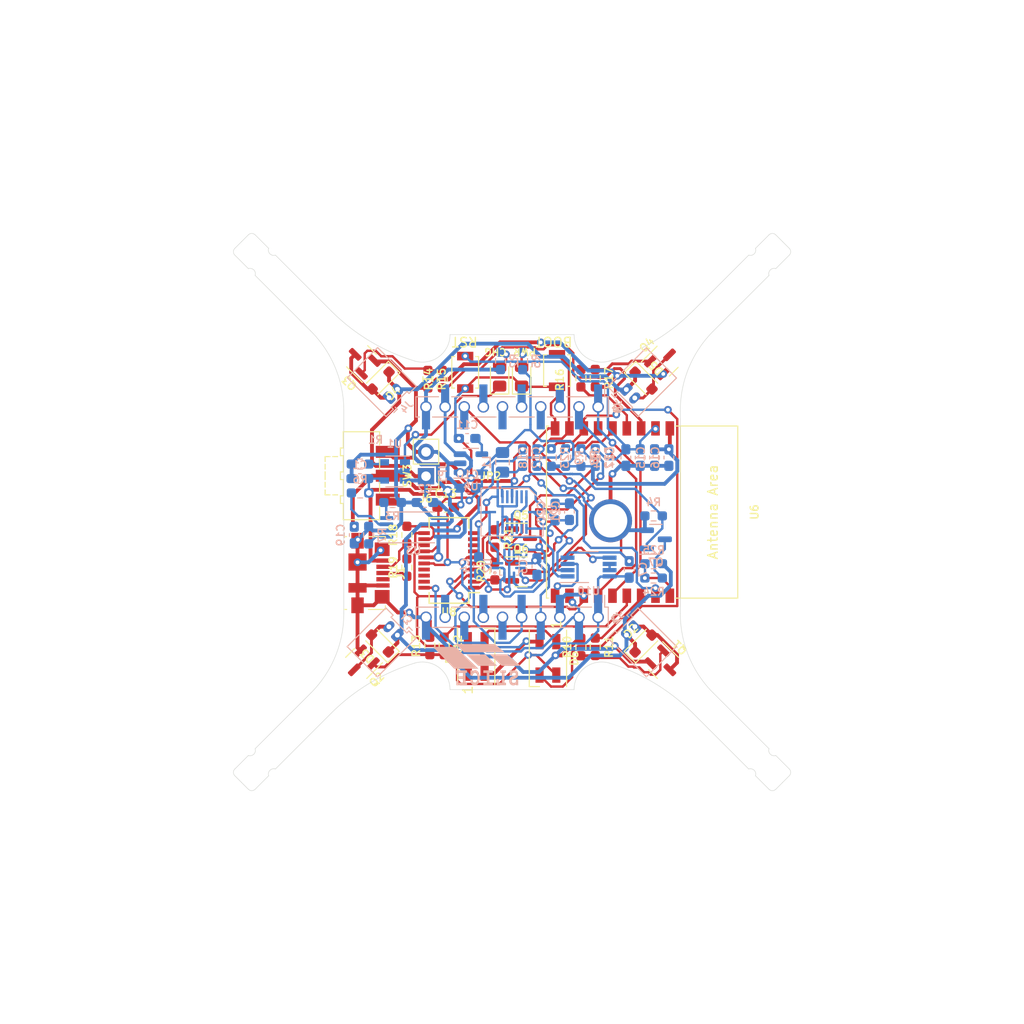
<source format=kicad_pcb>
(kicad_pcb (version 20221018) (generator pcbnew)
  (layers (0 "F.Cu" signal) (31 "B.Cu" signal) (34 "B.Paste" user) (35 "F.Paste" user) (36 "B.SilkS" user "B.Silkscreen") (37 "F.SilkS" user "F.Silkscreen") (38 "B.Mask" user) (39 "F.Mask" user) (44 "Edge.Cuts" user))
  (net 0 "")
  (net 1 "+BATT")
  (net 2 "VDDA")
  (net 3 "Net-(U1-PROG)")
  (net 4 "+5V")
  (net 5 "Net-(D1-K)")
  (net 6 "/SDA")
  (net 7 "/SCL")
  (net 11 "GND")
  (net 12 "Net-(U3-ILIM)")
  (net 13 "VCOM")
  (net 14 "/INT_ACC")
  (net 15 "Net-(D1-A)")
  (net 16 "Net-(U3-VSNS)")
  (net 17 "Net-(U3-STAT)")
  (net 18 "VDD")
  (net 19 "Net-(U4-BP)")
  (net 20 "Net-(D2-A)")
  (net 21 "Net-(Q2-G)")
  (net 22 "/MOTOR1")
  (net 23 "Net-(D3-A)")
  (net 24 "Net-(D4-A)")
  (net 25 "Net-(D5-A)")
  (net 27 "/MOTOR2")
  (net 28 "Net-(Q1-G)")
  (net 29 "/MOTOR3")
  (net 30 "Net-(Q3-G)")
  (net 31 "/MOTOR4")
  (net 32 "Net-(Q4-G)")
  (net 42 "/USB_DP")
  (net 43 "/USB_DM")
  (net 44 "/U0TXD")
  (net 45 "Net-(Q5-B)")
  (net 46 "/RTS")
  (net 47 "/CHIP_EN")
  (net 48 "Net-(Q6-B)")
  (net 49 "/DTR")
  (net 50 "/GPIO9")
  (net 51 "Net-(U8-USBDM)")
  (net 52 "Net-(U8-USBDP)")
  (net 53 "Net-(D6-DOUT)")
  (net 54 "/RGB_CTRL")
  (net 56 "Net-(D8-A)")
  (net 57 "/VSENSE")
  (net 58 "Net-(Q7-D)")
  (net 59 "/INT_GYR")
  (net 70 "Net-(SW3-B)")
  (net 71 "/OW")
  (net 72 "/INT_BARO")
  (net 73 "GNDA")
  (net 74 "GNDD")
  (net 75 "/U1TXD")
  (net 76 "/U1RXD")
  (net 77 "/INT_ACC_GYR_BARO")
  (net 78 "Net-(U10-Pad6)")
  (net 79 "/U0RXD")
  (footprint "Resistor_SMD:R_0603_1608Metric_Pad0.98x0.95mm_HandSolder" (layer "F.Cu") (at 107.2 114.1125 90)
    (fp_text reference "R10")
    (fp_text value "10k")
  )
  (footprint "Connector_USB:USB_Micro-B_Molex_47346-0001" (layer "F.Cu") (at 85.04 106.375 -90)
    (fp_text reference "J1")
    (fp_text value "USB_B_Micro")
  )
  (footprint "Resistor_SMD:R_0603_1608Metric_Pad0.98x0.95mm_HandSolder" (layer "F.Cu") (at 98.2 106.18 90)
    (fp_text reference "R20")
    (fp_text value "10k")
  )
  (footprint "Connector_PinHeader_2.54mm:PinHeader_1x02_P2.54mm_Vertical" (layer "F.Cu") (at 91 96.25 180)
    (fp_text reference "J6")
    (fp_text value "Conn_01x02")
  )
  (footprint "Resistor_SMD:R_0603_1608Metric_Pad0.98x0.95mm_HandSolder" (layer "F.Cu") (at 91.4 114 90)
    (fp_text reference "R13")
    (fp_text value "10k")
  )
  (footprint "Resistor_SMD:R_0603_1608Metric_Pad0.98x0.95mm_HandSolder" (layer "F.Cu") (at 108.7 114.0875 -90)
    (fp_text reference "R11")
    (fp_text value "47R")
  )
  (footprint "Package_TO_SOT_SMD:SOT-23" (layer "F.Cu") (at 115.805631 84.221485 45)
    (fp_text reference "Q4")
    (fp_text value "SI2302")
  )
  (footprint "Resistor_SMD:R_0603_1608Metric_Pad0.98x0.95mm_HandSolder" (layer "F.Cu") (at 89 105.8 90)
    (fp_text reference "R19")
    (fp_text value "27")
  )
  (footprint "Espressif:ESP32-C3-WROOM-02" (layer "F.Cu") (at 110.6 100 -90)
    (fp_text reference "U6")
    (fp_text value "ESP32-C3-WROOM-02")
  )
  (footprint "Button_Switch_SMD:SW_SPDT_CK-JS102011SAQN" (layer "F.Cu") (at 84.25 96.2 -90)
    (fp_text reference "SW3")
    (fp_text value "SW_SPST")
  )
  (footprint "Resistor_SMD:R_0603_1608Metric_Pad0.98x0.95mm_HandSolder" (layer "F.Cu") (at 92.7 86.1 90)
    (fp_text reference "R14")
    (fp_text value "47R")
  )
  (footprint "Resistor_SMD:R_0603_1608Metric_Pad0.98x0.95mm_HandSolder" (layer "F.Cu") (at 107.2 86 90)
    (fp_text reference "R16")
    (fp_text value "47R")
  )
  (footprint "LED_SMD:LED_SK6812MINI_PLCC4_3.5x3.5mm_P1.75mm" (layer "F.Cu") (at 103.75 115.3 -90)
    (fp_text reference "D6")
    (fp_text value "SK6812MINI")
  )
  (footprint "Package_TO_SOT_SMD:SOT-23" (layer "F.Cu") (at 100.94 102.73)
    (fp_text reference "Q5")
    (fp_text value "DNBT8105-7")
  )
  (footprint "LED_SMD:LED_0805_2012Metric_Pad1.15x1.40mm_HandSolder" (layer "F.Cu") (at 101 85.8 90)
    (fp_text reference "D8" hide)
    (fp_text value "LED_BLUE")
  )
  (footprint "Diode_SMD:D_SOD-323_HandSoldering" (layer "F.Cu") (at 113.75 113.75 45)
    (fp_text reference "D2")
    (fp_text value "BAT54JFILM")
  )
  (footprint "Capacitor_SMD:C_0603_1608Metric_Pad1.08x0.95mm_HandSolder" (layer "F.Cu") (at 93.0625 99.5)
    (fp_text reference "C13")
    (fp_text value "0.1u")
  )
  (footprint "LED_SMD:LED_0805_2012Metric_Pad1.15x1.40mm_HandSolder" (layer "F.Cu") (at 98.7 85.8 90)
    (fp_text reference "D1" hide)
    (fp_text value "LED_RED")
  )
  (footprint "Diode_SMD:D_SOD-323_HandSoldering" (layer "F.Cu") (at 86.180364 113.743585 135)
    (fp_text reference "D3")
    (fp_text value "BAT54JFILM")
  )
  (footprint "riskybird:riskybird_frame" (layer "F.Cu") (at 100 100 45)
    (fp_text reference "FID1" hide)
    (fp_text value "DroneFrame" hide)
    (fp_line (start -39.999999 -1) (end -39.999999 0) (stroke (width 0.05)) (layer "Edge.Cuts"))
    (fp_line (start -39.999999 1) (end -39.999999 0) (stroke (width 0.05)) (layer "Edge.Cuts"))
    (fp_line (start -39.499999 -1.5) (end -37.499999 -1.5) (stroke (width 0.05)) (layer "Edge.Cuts"))
    (fp_line (start -39.499999 1.5) (end -37.499999 1.5) (stroke (width 0.05)) (layer "Edge.Cuts"))
    (fp_line (start -36.5 -1.5) (end -28.249999 -1.5) (stroke (width 0.05)) (layer "Edge.Cuts"))
    (fp_line (start -36.5 1.5) (end -28.249999 1.5) (stroke (width 0.05)) (layer "Edge.Cuts"))
    (fp_line (start -8.538368 17.711632) (end -17.711631 8.538368) (stroke (width 0.05)) (layer "Edge.Cuts"))
    (fp_line (start -4.941495 -19.941495) (end -19.941495 -4.941495) (stroke (width 0.05)) (layer "Edge.Cuts"))
    (fp_line (start -1.5 -39.5) (end -1.5 -37.5) (stroke (width 0.05)) (layer "Edge.Cuts"))
    (fp_line (start -1.5 -36.500001) (end -1.5 -28.25) (stroke (width 0.05)) (layer "Edge.Cuts"))
    (fp_line (start -1.5 36.5) (end -1.5 28.249999) (stroke (width 0.05)) (layer "Edge.Cuts"))
    (fp_line (start -1.5 39.499999) (end -1.5 37.499999) (stroke (width 0.05)) (layer "Edge.Cuts"))
    (fp_line (start -1 -40) (end 0 -40) (stroke (width 0.05)) (layer "Edge.Cuts"))
    (fp_line (start -1 39.999999) (end 0 39.999999) (stroke (width 0.05)) (layer "Edge.Cuts"))
    (fp_line (start 1 -40) (end 0 -40) (stroke (width 0.05)) (layer "Edge.Cuts"))
    (fp_line (start 1 39.999999) (end 0 39.999999) (stroke (width 0.05)) (layer "Edge.Cuts"))
    (fp_line (start 1.5 -39.5) (end 1.5 -37.5) (stroke (width 0.05)) (layer "Edge.Cuts"))
    (fp_line (start 1.5 -36.500001) (end 1.5 -28.25) (stroke (width 0.05)) (layer "Edge.Cuts"))
    (fp_line (start 1.5 36.5) (end 1.5 28.249999) (stroke (width 0.05)) (layer "Edge.Cuts"))
    (fp_line (start 1.5 39.499999) (end 1.5 37.499999) (stroke (width 0.05)) (layer "Edge.Cuts"))
    (fp_line (start 4.941495 19.941495) (end 19.941495 4.941495) (stroke (width 0.05)) (layer "Edge.Cuts"))
    (fp_line (start 8.538368 -17.711632) (end 17.711631 -8.538368) (stroke (width 0.05)) (layer "Edge.Cuts"))
    (fp_line (start 36.5 -1.5) (end 28.249999 -1.5) (stroke (width 0.05)) (layer "Edge.Cuts"))
    (fp_line (start 36.5 1.5) (end 28.249999 1.5) (stroke (width 0.05)) (layer "Edge.Cuts"))
    (fp_line (start 39.499999 -1.5) (end 37.499999 -1.5) (stroke (width 0.05)) (layer "Edge.Cuts"))
    (fp_line (start 39.499999 1.5) (end 37.499999 1.5) (stroke (width 0.05)) (layer "Edge.Cuts"))
    (fp_line (start 39.999999 -1) (end 39.999999 0) (stroke (width 0.05)) (layer "Edge.Cuts"))
    (fp_line (start 39.999999 1) (end 39.999999 0) (stroke (width 0.05)) (layer "Edge.Cuts"))
    (fp_arc (start -39.999999 -1) (mid -39.853552 -1.353554) (end -39.499999 -1.5) (stroke (width 0.05)) (layer "Edge.Cuts"))
    (fp_arc (start -39.499999 1.5) (mid -39.853553 1.353553) (end -39.999999 1) (stroke (width 0.05)) (layer "Edge.Cuts"))
    (fp_arc (start -37.499998 1.5) (mid -36.999999 1.190984) (end -36.5 1.5) (stroke (width 0.05)) (layer "Edge.Cuts"))
    (fp_arc (start -36.5 -1.5) (mid -36.999999 -1.190984) (end -37.499998 -1.5) (stroke (width 0.05)) (layer "Edge.Cuts"))
    (fp_arc (start -28.249999 1.5) (mid -23.149511 2.128818) (end -18.354479 3.977617) (stroke (width 0.05)) (layer "Edge.Cuts"))
    (fp_arc (start -19.941495 -4.941495) (mid -23.753469 -2.394416) (end -28.249999 -1.5) (stroke (width 0.05)) (layer "Edge.Cuts"))
    (fp_arc (start -18.354479 3.977617) (mid -16.895531 6.097656) (end -17.711631 8.538368) (stroke (width 0.05)) (layer "Edge.Cuts"))
    (fp_arc (start -8.538368 17.711632) (mid -6.097655 16.895529) (end -3.977617 18.35448) (stroke (width 0.05)) (layer "Edge.Cuts"))
    (fp_arc (start -3.977617 18.35448) (mid -2.128819 23.149512) (end -1.5 28.25) (stroke (width 0.05)) (layer "Edge.Cuts"))
    (fp_arc (start -1.5 -39.5) (mid -1.353553 -39.853553) (end -1 -40) (stroke (width 0.05)) (layer "Edge.Cuts"))
    (fp_arc (start -1.5 -37.499999) (mid -1.190984 -37) (end -1.5 -36.500001) (stroke (width 0.05)) (layer "Edge.Cuts"))
    (fp_arc (start -1.5 -28.25) (mid -2.394416 -23.75347) (end -4.941495 -19.941496) (stroke (width 0.05)) (layer "Edge.Cuts"))
    (fp_arc (start -1.5 36.5) (mid -1.190984 36.999999) (end -1.5 37.499998) (stroke (width 0.05)) (layer "Edge.Cuts"))
    (fp_arc (start -1 39.999999) (mid -1.353554 39.853552) (end -1.5 39.499999) (stroke (width 0.05)) (layer "Edge.Cuts"))
    (fp_arc (start 1 -40) (mid 1.353553 -39.853553) (end 1.5 -39.5) (stroke (width 0.05)) (layer "Edge.Cuts"))
    (fp_arc (start 1.5 -36.500001) (mid 1.190984 -37) (end 1.5 -37.499999) (stroke (width 0.05)) (layer "Edge.Cuts"))
    (fp_arc (start 1.5 28.249999) (mid 2.394416 23.753469) (end 4.941495 19.941495) (stroke (width 0.05)) (layer "Edge.Cuts"))
    (fp_arc (start 1.5 37.499998) (mid 1.190985 37) (end 1.5 36.5) (stroke (width 0.05)) (layer "Edge.Cuts"))
    (fp_arc (start 1.5 39.499999) (mid 1.353553 39.853553) (end 1 39.999999) (stroke (width 0.05)) (layer "Edge.Cuts"))
    (fp_arc (start 3.977617 -18.35448) (mid 2.128819 -23.149512) (end 1.5 -28.25) (stroke (width 0.05)) (layer "Edge.Cuts"))
    (fp_arc (start 8.538368 -17.711632) (mid 6.097656 -16.895529) (end 3.977617 -18.35448) (stroke (width 0.05)) (layer "Edge.Cuts"))
    (fp_arc (start 18.354479 -3.977617) (mid 16.895527 -6.097656) (end 17.711631 -8.538368) (stroke (width 0.05)) (layer "Edge.Cuts"))
    (fp_arc (start 19.941495 4.941495) (mid 23.753469 2.394415) (end 28.249999 1.5) (stroke (width 0.05)) (layer "Edge.Cuts"))
    (fp_arc (start 28.249999 -1.5) (mid 23.149511 -2.128819) (end 18.354479 -3.977617) (stroke (width 0.05)) (layer "Edge.Cuts"))
    (fp_arc (start 36.5 1.5) (mid 36.999999 1.190984) (end 37.499998 1.5) (stroke (width 0.05)) (layer "Edge.Cuts"))
    (fp_arc (start 37.499998 -1.5) (mid 36.999999 -1.190984) (end 36.5 -1.5) (stroke (width 0.05)) (layer "Edge.Cuts"))
    (fp_arc (start 39.499999 -1.5) (mid 39.853553 -1.353553) (end 39.999999 -1) (stroke (width 0.05)) (layer "Edge.Cuts"))
    (fp_arc (start 39.999999 1) (mid 39.853552 1.353553) (end 39.499999 1.5) (stroke (width 0.05)) (layer "Edge.Cuts"))
  )
  (footprint "Package_TO_SOT_SMD:SOT-23" (layer "F.Cu") (at 84.162913 115.837087 -135)
    (fp_text reference "Q2")
    (fp_text value "SI2302")
  )
  (footprint "Resistor_SMD:R_0603_1608Metric_Pad0.98x0.95mm_HandSolder" (layer "F.Cu") (at 91.2 86.1 -90)
    (fp_text reference "R15")
    (fp_text value "10k")
  )
  (footprint "Resistor_SMD:R_0603_1608Metric_Pad0.98x0.95mm_HandSolder" (layer "F.Cu") (at 89 102.4 90)
    (fp_text reference "R18")
    (fp_text value "27")
  )
  (footprint "Diode_SMD:D_SOD-323_HandSoldering" (layer "F.Cu") (at 86.25 86.25 -135)
    (fp_text reference "D4")
    (fp_text value "BAT54JFILM")
  )
  (footprint "Package_TO_SOT_SMD:SOT-23" (layer "F.Cu") (at 100.94 106.25)
    (fp_text reference "Q6")
    (fp_text value "DNBT8105-7")
  )
  (footprint "Button_Switch_SMD:SW_SPST_B3U-1000P" (layer "F.Cu") (at 104.7 85.2 90)
    (fp_text reference "SW2" hide)
    (fp_text value "SW_SPST")
  )
  (footprint "Resistor_SMD:R_0603_1608Metric_Pad0.98x0.95mm_HandSolder" (layer "F.Cu") (at 98.2 102.7675 -90)
    (fp_text reference "R21")
    (fp_text value "10k")
  )
  (footprint "riskybird:shunt" (layer "F.Cu") (at 97.75 96.75)
    (fp_text reference "JP2")
    (fp_text value "SolderJumper_2_Bridged")
  )
  (footprint "Package_TO_SOT_SMD:SOT-23" (layer "F.Cu") (at 115.837087 115.837087 -45)
    (fp_text reference "Q1")
    (fp_text value "SI2302")
  )
  (footprint "Package_SO:SSOP-20_3.9x8.7mm_P0.635mm" (layer "F.Cu") (at 93.4 105.0575 180)
    (fp_text reference "U8")
    (fp_text value "FT231XS")
  )
  (footprint "LED_SMD:LED_SK6812MINI_PLCC4_3.5x3.5mm_P1.75mm" (layer "F.Cu") (at 96.25 115.1 90)
    (fp_text reference "D7")
    (fp_text value "SK6812MINI")
  )
  (footprint "Button_Switch_SMD:SW_SPST_B3U-1000P" (layer "F.Cu") (at 95.1 85.3875 90)
    (fp_text reference "SW1" hide)
    (fp_text value "SW_SPST")
  )
  (footprint "Resistor_SMD:R_0603_1608Metric_Pad0.98x0.95mm_HandSolder" (layer "F.Cu") (at 92.9 114 -90)
    (fp_text reference "R12")
    (fp_text value "47R")
  )
  (footprint "Diode_SMD:D_SOD-323_HandSoldering" (layer "F.Cu") (at 113.75 86.25 -45)
    (fp_text reference "D5")
    (fp_text value "BAT54JFILM")
  )
  (footprint "Resistor_SMD:R_0603_1608Metric_Pad0.98x0.95mm_HandSolder" (layer "F.Cu") (at 108.7 86 -90)
    (fp_text reference "R17")
    (fp_text value "10k")
  )
  (footprint "Package_TO_SOT_SMD:SOT-23" (layer "F.Cu") (at 84.258839 84.165336 135)
    (fp_text reference "Q3")
    (fp_text value "SI2302")
  )
  (footprint "Package_TO_SOT_SMD:SOT-23-5" (layer "B.Cu") (at 87.7 95.75 180)
    (fp_text reference "U1")
    (fp_text value "MCP73831-2-OT")
  )
  (footprint "Capacitor_SMD:C_0603_1608Metric_Pad1.08x0.95mm_HandSolder" (layer "B.Cu") (at 116.4 94.3 -90)
    (fp_text reference "C16")
    (fp_text value "10u")
  )
  (footprint "riskybird:shunt" (layer "B.Cu") (at 93.25 96 -90)
    (fp_text reference "JP1")
    (fp_text value "SolderJumper_2_Bridged")
  )
  (footprint "Capacitor_SMD:C_0603_1608Metric_Pad1.08x0.95mm_HandSolder" (layer "B.Cu") (at 96.5 105.6 -90)
    (fp_text reference "C4")
    (fp_text value "100n")
  )
  (footprint "Capacitor_SMD:C_0603_1608Metric_Pad1.08x0.95mm_HandSolder" (layer "B.Cu") (at 102.6 105.7 -90)
    (fp_text reference "C3")
    (fp_text value "100n")
  )
  (footprint "Package_SO:TSSOP-8_4.4x3mm_P0.65mm" (layer "B.Cu") (at 89.7 101.6)
    (fp_text reference "U3")
    (fp_text value "TPS2113A")
  )
  (footprint "Inductor_SMD:L_0805_2012Metric_Pad1.15x1.40mm_HandSolder" (layer "B.Cu") (at 99 94.8 -90)
    (fp_text reference "L1")
    (fp_text value "1uH")
  )
  (footprint "Package_TO_SOT_SMD:SOT-23-5" (layer "B.Cu") (at 95.7 94.9)
    (fp_text reference "U4")
    (fp_text value "LP2985-3.0")
  )
  (footprint "Package_SO:VSSOP-8_3.0x3.0mm_P0.65mm" (layer "B.Cu") (at 108 105.75)
    (fp_text reference "U10")
    (fp_text value "74LVC2G08")
  )
  (footprint "riskybird:PinHeader_1x10_P2.00mm_Vertical_SMD_Pin1Right_THT" (layer "B.Cu") (at 100 89 90)
    (fp_text reference "J8")
    (fp_text value "Conn_01x10")
  )
  (footprint "Capacitor_SMD:C_0603_1608Metric_Pad1.08x0.95mm_HandSolder" (layer "B.Cu") (at 106 99.9625 -90)
    (fp_text reference "C21")
    (fp_text value "4.7u")
  )
  (footprint "Capacitor_SMD:C_0603_1608Metric_Pad1.08x0.95mm_HandSolder" (layer "B.Cu") (at 101.105399 94.302334 90)
    (fp_text reference "C12")
    (fp_text value "4.7u")
  )
  (footprint "Connector_Molex:Molex_PicoBlade_53048-0210_1x02_P1.25mm_Horizontal" (layer "B.Cu") (at 112.846453 111.975451 -135)
    (fp_text reference "J2")
    (fp_text value "Conn_01x02")
  )
  (footprint "Resistor_SMD:R_0603_1608Metric_Pad0.98x0.95mm_HandSolder" (layer "B.Cu") (at 114.8 106.9)
    (fp_text reference "R24")
    (fp_text value "20k")
  )
  (footprint "Resistor_SMD:R_0603_1608Metric_Pad0.98x0.95mm_HandSolder" (layer "B.Cu") (at 85 102.4125 90)
    (fp_text reference "R7")
    (fp_text value "10k")
  )
  (footprint "Resistor_SMD:R_0603_1608Metric_Pad0.98x0.95mm_HandSolder" (layer "B.Cu") (at 114.8125 105.4 180)
    (fp_text reference "R25")
    (fp_text value "10k")
  )
  (footprint "Capacitor_SMD:C_0603_1608Metric_Pad1.08x0.95mm_HandSolder" (layer "B.Cu") (at 111.9 94.3 -90)
    (fp_text reference "C14")
    (fp_text value "0.1u")
  )
  (footprint "Connector_Molex:Molex_PicoBlade_53048-0210_1x02_P1.25mm_Horizontal" (layer "B.Cu") (at 87.140595 88.042192 45)
    (fp_text reference "J4")
    (fp_text value "Conn_01x02")
  )
  (footprint "riskybird:PinHeader_1x10_P2.00mm_Vertical_SMD_Pin1Right_THT" (layer "B.Cu") (at 100 111 90)
    (fp_text reference "J7")
    (fp_text value "Conn_01x10")
  )
  (footprint "Capacitor_SMD:C_0603_1608Metric_Pad1.08x0.95mm_HandSolder" (layer "B.Cu") (at 83.5 102.4 -90)
    (fp_text reference "C19")
    (fp_text value "1u")
  )
  (footprint "Capacitor_SMD:C_0603_1608Metric_Pad1.08x0.95mm_HandSolder" (layer "B.Cu") (at 95.3 92.3 180)
    (fp_text reference "C11")
    (fp_text value "10n")
  )
  (footprint "Connector_Molex:Molex_PicoBlade_53048-0210_1x02_P1.25mm_Horizontal" (layer "B.Cu") (at 111.949286 87.184965 -45)
    (fp_text reference "J5")
    (fp_text value "Conn_01x02")
  )
  (footprint "riskybird:BMI088_Handsolder" (layer "B.Cu") (at 100 100 180)
    (fp_text reference "U7")
    (fp_text value "BMI088")
  )
  (footprint "Resistor_SMD:R_0603_1608Metric_Pad0.98x0.95mm_HandSolder" (layer "B.Cu") (at 84.1125 98 180)
    (fp_text reference "R6")
    (fp_text value "10k")
  )
  (footprint "LOGO" (layer "B.Cu") (at 96.5 116 180)
    (fp_text reference "G***" hide)
    (fp_text value "LOGO" hide)
  )
  (footprint "Capacitor_SMD:C_0603_1608Metric_Pad1.08x0.95mm_HandSolder" (layer "B.Cu") (at 84.081666 96.5 180)
    (fp_text reference "C1")
    (fp_text value "4.7u")
  )
  (footprint "Resistor_SMD:R_0603_1608Metric_Pad0.98x0.95mm_HandSolder" (layer "B.Cu") (at 108.7 94.3 90)
    (fp_text reference "R22")
    (fp_text value "10k")
  )
  (footprint "Capacitor_SMD:C_0603_1608Metric_Pad1.08x0.95mm_HandSolder" (layer "B.Cu") (at 102.6 94.3 -90)
    (fp_text reference "C18")
    (fp_text value "0.1u")
  )
  (footprint "Capacitor_SMD:C_0603_1608Metric_Pad1.08x0.95mm_HandSolder" (layer "B.Cu") (at 104.5 100 -90)
    (fp_text reference "C20")
    (fp_text value "10n")
  )
  (footprint "Resistor_SMD:R_0603_1608Metric_Pad0.98x0.95mm_HandSolder" (layer "B.Cu") (at 114.8 100.4 180)
    (fp_text reference "R4")
    (fp_text value "10k")
  )
  (footprint "Capacitor_SMD:C_0603_1608Metric_Pad1.08x0.95mm_HandSolder" (layer "B.Cu") (at 112.25 106 90)
    (fp_text reference "C7")
    (fp_text value "0.1u")
  )
  (footprint "Capacitor_SMD:C_0603_1608Metric_Pad1.08x0.95mm_HandSolder" (layer "B.Cu") (at 114.9 94.3 -90)
    (fp_text reference "C15")
    (fp_text value "0.1u")
  )
  (footprint "Capacitor_SMD:C_0603_1608Metric_Pad1.08x0.95mm_HandSolder" (layer "B.Cu") (at 95.3625 97.5 180)
    (fp_text reference "C10")
    (fp_text value "4.7u")
  )
  (footprint "Connector_Molex:Molex_PicoBlade_53048-0210_1x02_P1.25mm_Horizontal" (layer "B.Cu") (at 88.004937 112.869262 135)
    (fp_text reference "J3")
    (fp_text value "Conn_01x02")
  )
  (footprint "Resistor_SMD:R_0603_1608Metric_Pad0.98x0.95mm_HandSolder" (layer "B.Cu") (at 107.2 94.3 90)
    (fp_text reference "R8")
    (fp_text value "2.2k")
  )
  (footprint "Resistor_SMD:R_0603_1608Metric_Pad0.98x0.95mm_HandSolder" (layer "B.Cu") (at 105.6 94.3 90)
    (fp_text reference "R9")
    (fp_text value "2.2k")
  )
  (footprint "Resistor_SMD:R_0603_1608Metric_Pad0.98x0.95mm_HandSolder" (layer "B.Cu") (at 104.1 94.3 90)
    (fp_text reference "R23")
    (fp_text value "10k")
  )
  (footprint "Resistor_SMD:R_0603_1608Metric_Pad0.98x0.95mm_HandSolder" (layer "B.Cu") (at 87.5 99)
    (fp_text reference "R3")
    (fp_text value "150")
  )
  (footprint "Capacitor_SMD:C_0603_1608Metric_Pad1.08x0.95mm_HandSolder" (layer "B.Cu") (at 90.9 99 180)
    (fp_text reference "C2")
    (fp_text value "4.7u")
  )
  (footprint "Capacitor_SMD:C_0603_1608Metric_Pad1.08x0.95mm_HandSolder" (layer "B.Cu") (at 113.4 94.3 -90)
    (fp_text reference "C17")
    (fp_text value "0.1u")
  )
  (footprint "Resistor_SMD:R_0603_1608Metric_Pad0.98x0.95mm_HandSolder" (layer "B.Cu") (at 101.1 84.2 90)
    (fp_text reference "R5")
    (fp_text value "150")
  )
  (footprint "Package_TO_SOT_SMD:SOT-23" (layer "B.Cu") (at 115.0375 102.85)
    (fp_text reference "Q7")
    (fp_text value "Q_NMOS_GSD")
  )
  (footprint "Resistor_SMD:R_0603_1608Metric_Pad0.98x0.95mm_HandSolder" (layer "B.Cu") (at 98.8 84.1875 90)
    (fp_text reference "R2")
    (fp_text value "150")
  )
  (footprint "Resistor_SMD:R_0603_1608Metric_Pad0.98x0.95mm_HandSolder" (layer "B.Cu") (at 84.101666 94.98 180)
    (fp_text reference "R1")
    (fp_text value "2k")
  )
  (footprint "riskybird:BMP390_Handsolder" (layer "B.Cu") (at 99.7 105.6 -90)
    (fp_text reference "U2")
    (fp_text value "~")
  )
  (gr_text "PWR\n" (at 102.6 82.8 180) (layer "F.SilkS") (effects (font (size 0.75 0.75)) (justify left bottom)))
  (gr_text "RST" (at 96.5 81.6 180) (layer "F.SilkS") (effects (font (size 1 1)) (justify left bottom)))
  (gr_text "BOOT" (at 106.4 81.6 180) (layer "F.SilkS") (effects (font (size 1 1)) (justify left bottom)))
  (gr_text "CHG" (at 99.5 82.8 180) (layer "F.SilkS") (effects (font (size 0.75 0.75)) (justify left bottom)))
  (segment (start 88.004937 112.869262) (end 88.004937 113.686778) (width 0.4) (layer "F.Cu") (net 1))
  (segment (start 85.75 95.175) (end 88.773528 95.175) (width 0.4) (layer "F.Cu") (net 1))
  (segment (start 112.866117 113.762881) (end 111.96257 112.859334) (width 0.4) (layer "F.Cu") (net 1))
  (segment (start 85.35 91.4) (end 85.35 94.775) (width 0.4) (layer "F.Cu") (net 1))
  (segment (start 87.133883 86.267714) (end 88.024478 87.158309) (width 0.4) (layer "F.Cu") (net 1))
  (segment (start 89.848528 96.25) (end 91 96.25) (width 0.4) (layer "F.Cu") (net 1))
  (segment (start 88.024478 87.158309) (end 88.200214 87.334045) (width 0.4) (layer "F.Cu") (net 1))
  (segment (start 112.866117 86.268134) (end 112.866117 85.366117) (width 0.4) (layer "F.Cu") (net 1))
  (segment (start 87.133883 85.366117) (end 87.133883 86.267714) (width 0.4) (layer "F.Cu") (net 1))
  (segment (start 88.004937 113.686778) (end 87.064247 114.627468) (width 0.4) (layer "F.Cu") (net 1))
  (segment (start 88.773528 95.175) (end 89.848528 96.25) (width 0.4) (layer "F.Cu") (net 1))
  (segment (start 112.866117 114.633883) (end 112.866117 113.762881) (width 0.4) (layer "F.Cu") (net 1))
  (segment (start 85.35 94.775) (end 85.75 95.175) (width 0.4) (layer "F.Cu") (net 1))
  (segment (start 111.949286 87.184965) (end 112.866117 86.268134) (width 0.4) (layer "F.Cu") (net 1))
  (segment (start 88.200214 87.334045) (end 88.200214 88.549786) (width 0.4) (layer "F.Cu") (net 1))
  (segment (start 88.200214 88.549786) (end 85.35 91.4) (width 0.4) (layer "F.Cu") (net 1))
  (segment (start 115.5 108.75) (end 116.6 107.65) (width 0.4) (layer "B.Cu") (net 1))
  (segment (start 88.004937 112.869262) (end 88.45 112.424199) (width 0.4) (layer "B.Cu") (net 1))
  (segment (start 111.25 115) (end 108.25 115) (width 0.4) (layer "B.Cu") (net 1))
  (segment (start 88.45 112.424199) (end 88.45 110.168629) (width 0.4) (layer "B.Cu") (net 1))
  (segment (start 88.9 102.842893) (end 90.467893 101.275) (width 0.4) (layer "B.Cu") (net 1))
  (segment (start 91.7625 99) (end 91.7 99) (width 0.4) (layer "B.Cu") (net 1))
  (segment (start 107.451472 85.8) (end 105.401472 83.75) (width 0.4) (layer "B.Cu") (net 1))
  (segment (start 92.382107 99) (end 91.7625 99) (width 0.4) (layer "B.Cu") (net 1))
  (segment (start 90.467893 101.275) (end 92.5625 101.275) (width 0.4) (layer "B.Cu") (net 1))
  (segment (start 111.949286 87.184965) (end 111.184965 87.184965) (width 0.4) (layer "B.Cu") (net 1))
  (segment (start 91 98.3) (end 91 96.25) (width 0.4) (layer "B.Cu") (net 1))
  (segment (start 103 83.75) (end 101.6375 82.3875) (width 0.4) (layer "B.Cu") (net 1))
  (segment (start 95.672614 117.325) (end 92.779776 114.432162) (width 0.4) (layer "B.Cu") (net 1))
  (segment (start 109.8 85.8) (end 107.451472 85.8) (width 0.4) (layer "B.Cu") (net 1))
  (segment (start 111.184965 87.184965) (end 109.8 85.8) (width 0.4) (layer "B.Cu") (net 1))
  (segment (start 116.6 107.65) (end 116.6 106.275) (width 0.4) (layer "B.Cu") (net 1))
  (segment (start 92.779776 114.432162) (end 89.567838 114.432162) (width 0.4) (layer "B.Cu") (net 1))
  (segment (start 91.7 99) (end 91 98.3) (width 0.4) (layer "B.Cu") (net 1))
  (segment (start 88.45 110.168629) (end 88.9 109.718629) (width 0.4) (layer "B.Cu") (net 1))
  (segment (start 94.8625 82.3875) (end 90.091691 87.158309) (width 0.4) (layer "B.Cu") (net 1))
  (segment (start 111.96257 114.28743) (end 111.25 115) (width 0.4) (layer "B.Cu") (net 1))
  (segment (start 101.6375 82.3875) (end 94.8625 82.3875) (width 0.4) (layer "B.Cu") (net 1))
  (segment (start 88.004937 112.869262) (end 89.567838 114.432162) (width 0.4) (layer "B.Cu") (net 1))
  (segment (start 90.091691 87.158309) (end 88.024478 87.158309) (width 0.4) (layer "B.Cu") (net 1))
  (segment (start 111.96257 112.859334) (end 111.96257 114.28743) (width 0.4) (layer "B.Cu") (net 1))
  (segment (start 88.9 109.718629) (end 88.9 102.842893) (width 0.4) (layer "B.Cu") (net 1))
  (segment (start 105.925 117.325) (end 95.672614 117.325) (width 0.4) (layer "B.Cu") (net 1))
  (segment (start 114.25 108.75) (end 115.5 108.75) (width 0.4) (layer "B.Cu") (net 1))
  (segment (start 111.786834 111.213166) (end 114.25 108.75) (width 0.4) (layer "B.Cu") (net 1))
  (segment (start 105.401472 83.75) (end 103 83.75) (width 0.4) (layer "B.Cu") (net 1))
  (segment (start 92.5625 101.275) (end 93.357107 101.275) (width 0.4) (layer "B.Cu") (net 1))
  (segment (start 90.55 96.7) (end 91 96.25) (width 0.4) (layer "B.Cu") (net 1))
  (segment (start 111.786834 112.683598) (end 111.786834 111.213166) (width 0.4) (layer "B.Cu") (net 1))
  (segment (start 108.25 115) (end 105.925 117.325) (width 0.4) (layer "B.Cu") (net 1))
  (segment (start 88.8 96.7) (end 90.55 96.7) (width 0.4) (layer "B.Cu") (net 1))
  (segment (start 93.7 100.932107) (end 93.7 100.317893) (width 0.4) (layer "B.Cu") (net 1))
  (segment (start 93.357107 101.275) (end 93.7 100.932107) (width 0.4) (layer "B.Cu") (net 1))
  (segment (start 93.7 100.317893) (end 92.382107 99) (width 0.4) (layer "B.Cu") (net 1))
  (segment (start 111.96257 112.859334) (end 111.786834 112.683598) (width 0.4) (layer "B.Cu") (net 1))
  (segment (start 116.6 106.275) (end 115.725 105.4) (width 0.4) (layer "B.Cu") (net 1))
  (segment (start 104.404967 103.364959) (end 104.87231 102.897616) (width 0.25) (layer "F.Cu") (net 2))
  (segment (start 97.316659 100.433341) (end 97.316659 99.000006) (width 0.25) (layer "F.Cu") (net 2))
  (segment (start 96.5 101.25) (end 97.316659 100.433341) (width 0.25) (layer "F.Cu") (net 2))
  (segment (start 102.65652 104.812653) (end 103.300951 104.812653) (width 0.25) (layer "F.Cu") (net 2))
  (segment (start 103.563604 104.55) (end 103.863299 104.55) (width 0.25) (layer "F.Cu") (net 2))
  (segment (start 103.863299 104.55) (end 104.404967 104.008332) (width 0.25) (layer "F.Cu") (net 2))
  (segment (start 102.399886 105.069287) (end 102.65652 104.812653) (width 0.25) (layer "F.Cu") (net 2))
  (segment (start 104.404967 104.008332) (end 104.404967 103.364959) (width 0.25) (layer "F.Cu") (net 2))
  (segment (start 103.300951 104.812653) (end 103.563604 104.55) (width 0.25) (layer "F.Cu") (net 2))
  (via (at 97.316659 99.000006) (size 0.8) (drill 0.4) (layers "F.Cu" "B.Cu") (net 2))
  (via (at 104.87231 102.897616) (size 0.8) (drill 0.4) (layers "F.Cu" "B.Cu") (net 2))
  (via (at 102.399886 105.069287) (size 0.8) (drill 0.4) (layers "F.Cu" "B.Cu") (net 2))
  (via (at 96.5 101.25) (size 0.8) (drill 0.4) (layers "F.Cu" "B.Cu") (net 2))
  (segment (start 98.775 107.2125) (end 98.775 108.399805) (width 0.25) (layer "B.Cu") (net 2))
  (segment (start 100.445233 95.825) (end 101.105399 95.164834) (width 0.25) (layer "B.Cu") (net 2))
  (segment (start 99.5 100.6) (end 99.5 101.6) (width 0.25) (layer "B.Cu") (net 2))
  (segment (start 99 95.825) (end 98.5 96.325) (width 0.25) (layer "B.Cu") (net 2))
  (segment (start 99 95.825) (end 100.445233 95.825) (width 0.25) (layer "B.Cu") (net 2))
  (segment (start 100.8875 105.35) (end 102.119173 105.35) (width 0.25) (layer "B.Cu") (net 2))
  (segment (start 104.5 99.1375) (end 105.9625 99.1375) (width 0.25) (layer "B.Cu") (net 2))
  (segment (start 106 99.1) (end 106.8 99.9) (width 0.25) (layer "B.Cu") (net 2))
  (segment (start 103.4 107.136396) (end 103.4 106.029505) (width 0.25) (layer "B.Cu") (net 2))
  (segment (start 98.5 99.35) (end 98.55 99.4) (width 0.25) (layer "B.Cu") (net 2))
  (segment (start 98.775 108.399805) (end 99.199695 108.8245) (width 0.25) (layer "B.Cu") (net 2))
  (segment (start 99.800305 108.8245) (end 100.299805 108.325) (width 0.25) (layer "B.Cu") (net 2))
  (segment (start 103.4 106.029505) (end 102.439782 105.069287) (width 0.25) (layer "B.Cu") (net 2))
  (segment (start 106.8 101.357995) (end 106.263604 101.894391) (width 0.25) (layer "B.Cu") (net 2))
  (segment (start 98.5 98.4) (end 98.5 99.35) (width 0.25) (layer "B.Cu") (net 2))
  (segment (start 99.2 106.7875) (end 98.775 107.2125) (width 0.25) (layer "B.Cu") (net 2))
  (segment (start 102.439782 105.069287) (end 102.399886 105.069287) (width 0.25) (layer "B.Cu") (net 2))
  (segment (start 99.05 105.85) (end 99.2 106) (width 0.25) (layer "B.Cu") (net 2))
  (segment (start 98.55 99.4) (end 99 99.4) (width 0.25) (layer "B.Cu") (net 2))
  (segment (start 98.5 98.4) (end 97.916665 98.4) (width 0.25) (layer "B.Cu") (net 2))
  (segment (start 99 99.4) (end 100.45 99.4) (width 0.25) (layer "B.Cu") (net 2))
  (segment (start 102.119173 105.35) (end 102.399886 105.069287) (width 0.25) (layer "B.Cu") (net 2))
  (segment (start 100.5 99.35) (end 100.5 98.4) (width 0.25) (layer "B.Cu") (net 2))
  (segment (start 105.875535 101.894391) (end 104.87231 102.897616) (width 0.25) (layer "B.Cu") (net 2))
  (segment (start 99.2 106) (end 99.2 106.7875) (width 0.25) (layer "B.Cu") (net 2))
  (segment (start 106.8 99.9) (end 106.8 101.357995) (width 0.25) (layer "B.Cu") (net 2))
  (segment (start 99.4 100.5) (end 99.5 100.6) (width 0.25) (layer "B.Cu") (net 2))
  (segment (start 96.5 104.7375) (end 97.6125 105.85) (width 0.25) (layer "B.Cu") (net 2))
  (segment (start 99.199695 108.8245) (end 99.800305 108.8245) (width 0.25) (layer "B.Cu") (net 2))
  (segment (start 97.6125 105.85) (end 98.5125 105.85) (width 0.25) (layer "B.Cu") (net 2))
  (segment (start 99 100.5) (end 99.4 100.5) (width 0.25) (layer "B.Cu") (net 2))
  (segment (start 100.45 99.4) (end 100.5 99.35) (width 0.25) (layer "B.Cu") (net 2))
  (segment (start 96.5 104.7375) (end 96.5 101.25) (width 0.25) (layer "B.Cu") (net 2))
  (segment (start 102.211396 108.325) (end 103.4 107.136396) (width 0.25) (layer "B.Cu") (net 2))
  (segment (start 98.5 96.325) (end 98.5 98.4) (width 0.25) (layer "B.Cu") (net 2))
  (segment (start 99 100.5) (end 99 101.6) (width 0.25) (layer "B.Cu") (net 2))
  (segment (start 106.263604 101.894391) (end 105.875535 101.894391) (width 0.25) (layer "B.Cu") (net 2))
  (segment (start 100.299805 108.325) (end 102.211396 108.325) (width 0.25) (layer "B.Cu") (net 2))
  (segment (start 98.5125 105.85) (end 99.05 105.85) (width 0.25) (layer "B.Cu") (net 2))
  (segment (start 105.9625 99.1375) (end 106 99.1) (width 0.25) (layer "B.Cu") (net 2))
  (segment (start 99 99.4) (end 99 100.5) (width 0.25) (layer "B.Cu") (net 2))
  (segment (start 97.916665 98.4) (end 97.316659 99.000006) (width 0.25) (layer "B.Cu") (net 2))
  (segment (start 86.42 94.98) (end 86.6 94.8) (width 0.25) (layer "B.Cu") (net 3))
  (segment (start 85.014166 94.98) (end 86.42 94.98) (width 0.25) (layer "B.Cu") (net 3))
  (segment (start 85.2 98.75) (end 85.2 98.175) (width 0.4) (layer "F.Cu") (net 4))
  (segment (start 89.276472 97.675) (end 89.701472 98.1) (width 0.4) (layer "F.Cu") (net 4))
  (segment (start 89.701472 98.1) (end 92.922794 98.1) (width 0.4) (layer "F.Cu") (net 4))
  (segment (start 92.256888 104.74) (end 92.298029 104.698859) (width 0.4) (layer "F.Cu") (net 4))
  (segment (start 85.35 97.675) (end 89.276472 97.675) (width 0.4) (layer "F.Cu") (net 4))
  (segment (start 85.2 98.175) (end 85.025 98) (width 0.4) (layer "F.Cu") (net 4))
  (segment (start 85.2 104.96) (end 85.2 98.75) (width 0.4) (layer "F.Cu") (net 4))
  (segment (start 85.2 97.825) (end 85.35 97.675) (width 0.4) (layer "F.Cu") (net 4))
  (segment (start 85.2 98.75) (end 85.2 97.825) (width 0.4) (layer "F.Cu") (net 4))
  (segment (start 90.8 104.74) (end 92.256888 104.74) (width 0.4) (layer "F.Cu") (net 4))
  (segment (start 86.5 105.075) (end 85.315 105.075) (width 0.4) (layer "F.Cu") (net 4))
  (segment (start 85.315 105.075) (end 85.2 104.96) (width 0.4) (layer "F.Cu") (net 4))
  (segment (start 92.922794 98.1) (end 93.261411 97.761383) (width 0.4) (layer "F.Cu") (net 4))
  (via (at 93.261411 97.761383) (size 1) (drill 0.6) (layers "F.Cu" "B.Cu") (net 4))
  (via (at 85.025 98) (size 1) (drill 0.6) (layers "F.Cu" "B.Cu") (net 4))
  (via (at 92.298029 104.698859) (size 1) (drill 0.6) (layers "F.Cu" "B.Cu") (net 4))
  (segment (start 93.25 97.749972) (end 93.261411 97.761383) (width 0.4) (layer "B.Cu") (net 4))
  (segment (start 92.25 95) (end 92.25 96.749972) (width 0.4) (layer "B.Cu") (net 4))
  (segment (start 91 89) (end 91 91.942233) (width 0.4) (layer "B.Cu") (net 4))
  (segment (start 93.5 99.261371) (end 95.05 100.811371) (width 0.4) (layer "B.Cu") (net 4))
  (segment (start 86.4 96.5) (end 86.6 96.7) (width 0.25) (layer "B.Cu") (net 4))
  (segment (start 93.5 98) (end 93.261411 97.761411) (width 0.4) (layer "B.Cu") (net 4))
  (segment (start 93.5 98) (end 93.5 99.261371) (width 0.4) (layer "B.Cu") (net 4))
  (segment (start 91 91.942233) (end 89.75 93.192233) (width 0.4) (layer "B.Cu") (net 4))
  (segment (start 90.5 95) (end 92.25 95) (width 0.4) (layer "B.Cu") (net 4))
  (segment (start 85.025 98) (end 85.025 96.580834) (width 0.25) (layer "B.Cu") (net 4))
  (segment (start 92.298029 102.839471) (end 92.298029 104.698859) (width 0.4) (layer "B.Cu") (net 4))
  (segment (start 84.944166 96.5) (end 86.4 96.5) (width 0.25) (layer "B.Cu") (net 4))
  (segment (start 94.556371 102.575) (end 92.5625 102.575) (width 0.4) (layer "B.Cu") (net 4))
  (segment (start 92.5625 102.575) (end 92.298029 102.839471) (width 0.4) (layer "B.Cu") (net 4))
  (segment (start 85.025 96.580834) (end 84.944166 96.5) (width 0.25) (layer "B.Cu") (net 4))
  (segment (start 92.25 96.749972) (end 93.261411 97.761383) (width 0.4) (layer "B.Cu") (net 4))
  (segment (start 91 87.425) (end 93.325 85.1) (width 0.4) (layer "B.Cu") (net 4))
  (segment (start 93.5 97.75) (end 93.5 98) (width 0.4) (layer "B.Cu") (net 4))
  (segment (start 93.325 85.1) (end 98.8 85.1) (width 0.4) (layer "B.Cu") (net 4))
  (segment (start 93.261411 97.761411) (end 93.261411 97.761383) (width 0.4) (layer "B.Cu") (net 4))
  (segment (start 89.75 94.25) (end 90.5 95) (width 0.4) (layer "B.Cu") (net 4))
  (segment (start 95.05 102.081371) (end 94.556371 102.575) (width 0.4) (layer "B.Cu") (net 4))
  (segment (start 95.05 100.811371) (end 95.05 102.081371) (width 0.4) (layer "B.Cu") (net 4))
  (segment (start 89.75 93.192233) (end 89.75 94.25) (width 0.4) (layer "B.Cu") (net 4))
  (segment (start 92.999996 97.749972) (end 93.25 97.749972) (width 0.4) (layer "B.Cu") (net 4))
  (segment (start 91 89) (end 91 87.425) (width 0.4) (layer "B.Cu") (net 4))
  (segment (start 94.075 88.616852) (end 94.075 89.383148) (width 0.25) (layer "F.Cu") (net 5))
  (segment (start 98.7 86.825) (end 97.6625 87.8625) (width 0.25) (layer "F.Cu") (net 5))
  (segment (start 94.829352 87.8625) (end 94.075 88.616852) (width 0.25) (layer "F.Cu") (net 5))
  (segment (start 94.075 89.383148) (end 91.550841 91.907307) (width 0.25) (layer "F.Cu") (net 5))
  (segment (start 97.6625 87.8625) (end 94.829352 87.8625) (width 0.25) (layer "F.Cu") (net 5))
  (segment (start 91.550841 91.907307) (end 89.903541 91.907307) (width 0.25) (layer "F.Cu") (net 5))
  (via (at 89.903541 91.907307) (size 0.8) (drill 0.4) (layers "F.Cu" "B.Cu") (net 5))
  (segment (start 88.8 94.8) (end 88.8 93.010848) (width 0.25) (layer "B.Cu") (net 5))
  (segment (start 88.8 93.010848) (end 89.903541 91.907307) (width 0.25) (layer "B.Cu") (net 5))
  (segment (start 102.525 99.725) (end 102.525 101.300305) (width 0.25) (layer "F.Cu") (net 6))
  (segment (start 105.775 99.725) (end 102.525 99.725) (width 0.25) (layer "F.Cu") (net 6))
  (segment (start 102.525 101.300305) (end 102.987347 101.762652) (width 0.25) (layer "F.Cu") (net 6))
  (segment (start 109.25 96.25) (end 105.775 99.725) (width 0.25) (layer "F.Cu") (net 6))
  (segment (start 107.563163 93.499032) (end 107.285122 93.499032) (width 0.25) (layer "F.Cu") (net 6))
  (segment (start 110.5 91.25) (end 110.5 91.55) (width 0.25) (layer "F.Cu") (net 6))
  (segment (start 108.399695 92.6625) (end 107.563163 93.499032) (width 0.25) (layer "F.Cu") (net 6))
  (segment (start 102.987347 103.464555) (end 102.838298 103.613604) (width 0.25) (layer "F.Cu") (net 6))
  (segment (start 110.5 91.55) (end 109.3875 92.6625) (width 0.25) (layer "F.Cu") (net 6))
  (segment (start 109.3875 92.6625) (end 108.399695 92.6625) (width 0.25) (layer "F.Cu") (net 6))
  (segment (start 102.987347 101.762652) (end 102.987347 103.464555) (width 0.25) (layer "F.Cu") (net 6))
  (via (at 107.285122 93.499032) (size 0.8) (drill 0.4) (layers "F.Cu" "B.Cu") (net 6))
  (via (at 109.25 96.25) (size 0.8) (drill 0.4) (layers "F.Cu" "B.Cu") (net 6))
  (via (at 102.838298 103.613604) (size 0.8) (drill 0.4) (layers "F.Cu" "B.Cu") (net 6))
  (segment (start 103.151263 104.055768) (end 103.151263 103.951874) (width 0.25) (layer "B.Cu") (net 6))
  (segment (start 109.170495 94.4) (end 109.5 94.729505) (width 0.25) (layer "B.Cu") (net 6))
  (segment (start 107.285122 93.499032) (end 108.18609 94.4) (width 0.25) (layer "B.Cu") (net 6))
  (segment (start 103.151263 103.951874) (end 103.149389 103.95) (width 0.25) (layer "B.Cu") (net 6))
  (segment (start 99 103.05) (end 99.55 103.05) (width 0.25) (layer "B.Cu") (net 6))
  (segment (start 103 108.682538) (end 103.85 107.832538) (width 0.25) (layer "B.Cu") (net 6))
  (segment (start 103.4 105.172792) (end 103.4 104.304505) (width 0.25) (layer "B.Cu") (net 6))
  (segment (start 98.5 101.6) (end 98.5 102.55) (width 0.25) (layer "B.Cu") (net 6))
  (segment (start 108.18609 94.4) (end 109.170495 94.4) (width 0.25) (layer "B.Cu") (net 6))
  (segment (start 103 103.95) (end 103 103.775306) (width 0.25) (layer "B.Cu") (net 6))
  (segment (start 103 111) (end 103 108.682538) (width 0.25) (layer "B.Cu") (net 6))
  (segment (start 103.4 104.304505) (end 103.151263 104.055768) (width 0.25) (layer "B.Cu") (net 6))
  (segment (start 100.001992 103.4) (end 99.7 103.701992) (width 0.25) (layer "B.Cu") (net 6))
  (segment (start 101.203997 103.4) (end 100.001992 103.4) (width 0.25) (layer "B.Cu") (net 6))
  (segment (start 99.9 103.4) (end 100.001992 103.4) (width 0.25) (layer "B.Cu") (net 6))
  (segment (start 103 103.775306) (end 102.838298 103.613604) (width 0.25) (layer "B.Cu") (net 6))
  (segment (start 99.55 103.05) (end 99.9 103.4) (width 0.25) (layer "B.Cu") (net 6))
  (segment (start 101.753997 103.95) (end 101.203997 103.4) (width 0.25) (layer "B.Cu") (net 6))
  (segment (start 99.7 103.801992) (end 99.7 104.4125) (width 0.25) (layer "B.Cu") (net 6))
  (segment (start 98.5 102.55) (end 99 103.05) (width 0.25) (layer "B.Cu") (net 6))
  (segment (start 109.5 94.729505) (end 109.5 96) (width 0.25) (layer "B.Cu") (net 6))
  (segment (start 103 103.95) (end 101.753997 103.95) (width 0.25) (layer "B.Cu") (net 6))
  (segment (start 109.5 96) (end 109.25 96.25) (width 0.25) (layer "B.Cu") (net 6))
  (segment (start 103.85 105.622792) (end 103.4 105.172792) (width 0.25) (layer "B.Cu") (net 6))
  (segment (start 103.85 107.832538) (end 103.85 105.622792) (width 0.25) (layer "B.Cu") (net 6))
  (segment (start 103.149389 103.95) (end 103 103.95) (width 0.25) (layer "B.Cu") (net 6))
  (segment (start 99.7 103.701992) (end 99.7 103.801992) (width 0.25) (layer "B.Cu") (net 6))
  (segment (start 106.936396 92.75) (end 106.210188 93.476208) (width 0.25) (layer "F.Cu") (net 7))
  (segment (start 106.210188 93.476208) (end 105.651757 93.476208) (width 0.25) (layer "F.Cu") (net 7))
  (segment (start 107.675799 92.75) (end 106.936396 92.75) (width 0.25) (layer "F.Cu") (net 7))
  (segment (start 109 91.25) (end 109 91.425799) (width 0.25) (layer "F.Cu") (net 7))
  (segment (start 109 91.425799) (end 107.675799 92.75) (width 0.25) (layer "F.Cu") (net 7))
  (via (at 105.651757 93.476208) (size 0.8) (drill 0.4) (layers "F.Cu" "B.Cu") (net 7))
  (segment (start 100.447666 94.302334) (end 102.247666 94.302334) (width 0.25) (layer "B.Cu") (net 7))
  (segment (start 101.1 109.725) (end 101 109.825) (width 0.25) (layer "B.Cu") (net 7))
  (segment (start 101 111) (end 101 112.425) (width 0.25) (layer "B.Cu") (net 7))
  (segment (start 101 111) (end 101 109.825) (width 0.25) (layer "B.Cu") (net 7))
  (segment (start 98.5125 104.0625) (end 97.65 103.2) (width 0.25) (layer "B.Cu") (net 7))
  (segment (start 98.325 94.675) (end 100.075 94.675) (width 0.25) (layer "B.Cu") (net 7))
  (segment (start 95.7 100.8) (end 96.25 100.25) (width 0.25) (layer "B.Cu") (net 7))
  (segment (start 97.65 100) (end 97.610437 100.039563) (width 0.25) (layer "B.Cu") (net 7))
  (segment (start 97.65 103.2) (end 97.65 100) (width 0.25) (layer "B.Cu") (net 7))
  (segment (start 102.25 94.3) (end 104.827965 94.3) (width 0.25) (layer "B.Cu") (net 7))
  (segment (start 96 108.140573) (end 95.7 107.840573) (width 0.25) (layer "B.Cu") (net 7))
  (segment (start 96.5 98.557995) (end 97.975 97.082995) (width 0.25) (layer "B.Cu") (net 7))
  (segment (start 96.460437 100.039563) (end 96.25 100.25) (width 0.25) (layer "B.Cu") (net 7))
  (segment (start 96.5 100) (end 96.5 98.557995) (width 0.25) (layer "B.Cu") (net 7))
  (segment (start 96.25 100.25) (end 96.5 100) (width 0.25) (layer "B.Cu") (net 7))
  (segment (start 97.975 97.082995) (end 97.975 95.025) (width 0.25) (layer "B.Cu") (net 7))
  (segment (start 101 112.425) (end 99.75 113.675) (width 0.25) (layer "B.Cu") (net 7))
  (segment (start 97.610437 100.039563) (end 96.460437 100.039563) (width 0.25) (layer "B.Cu") (net 7))
  (segment (start 98.25 113.675) (end 96 111.425) (width 0.25) (layer "B.Cu") (net 7))
  (segment (start 104.827965 94.3) (end 105.651757 93.476208) (width 0.25) (layer "B.Cu") (net 7))
  (segment (start 99.75 113.675) (end 98.25 113.675) (width 0.25) (layer "B.Cu") (net 7))
  (segment (start 95.7 107.840573) (end 95.7 100.8) (width 0.25) (layer "B.Cu") (net 7))
  (segment (start 100.075 94.675) (end 100.447666 94.302334) (width 0.25) (layer "B.Cu") (net 7))
  (segment (start 102.247666 94.302334) (end 102.25 94.3) (width 0.25) (layer "B.Cu") (net 7))
  (segment (start 98.5125 105.35) (end 98.5125 104.0625) (width 0.25) (layer "B.Cu") (net 7))
  (segment (start 96 111.425) (end 96 108.140573) (width 0.25) (layer "B.Cu") (net 7))
  (segment (start 97.975 95.025) (end 98.325 94.675) (width 0.25) (layer "B.Cu") (net 7))
  (segment (start 83.84 109.75) (end 83.84 114.188349) (width 0.4) (layer "F.Cu") (net 11))
  (segment (start 85.593503 84.156497) (end 85.687006 84.25) (width 0.4) (layer "F.Cu") (net 11))
  (segment (start 89.103541 92.853541) (end 89.96 93.71) (width 0.4) (layer "F.Cu") (net 11))
  (segment (start 86.3625 103.8875) (end 86.25 104) (width 0.4) (layer "F.Cu") (net 11))
  (segment (start 89.153147 91.244644) (end 89.103541 91.29425) (width 0.4) (layer "F.Cu") (net 11))
  (segment (start 96.4625 84.5375) (end 98.75 82.25) (width 0.4) (layer "F.Cu") (net 11))
  (segment (start 108.7 86.9125) (end 109.8375 86.9125) (width 0.4) (layer "F.Cu") (net 11))
  (segment (start 91.4 111.4) (end 91 111) (width 0.4) (layer "F.Cu") (net 11))
  (segment (start 88.253081 85.404962) (end 89.860619 87.0125) (width 0.4) (layer "F.Cu") (net 11))
  (segment (start 89.860619 87.0125) (end 91.2 87.0125) (width 0.4) (layer "F.Cu") (net 11))
  (segment (start 83.84 105.225) (end 83.84 105.25) (width 0.4) (layer "F.Cu") (net 11))
  (segment (start 88.0525 110.5) (end 86.415 108.8625) (width 0.4) (layer "F.Cu") (net 11))
  (segment (start 84.09 107.675) (end 83.84 107.925) (width 0.4) (layer "F.Cu") (net 11))
  (segment (start 88.253081 85.212524) (end 88.253081 85.404962) (width 0.4) (layer "F.Cu") (net 11))
  (segment (start 89.25 110.5) (end 88.0525 110.5) (width 0.4) (layer "F.Cu") (net 11))
  (segment (start 89.946991 87.0125) (end 89.946991 90.4508) (width 0.4) (layer "F.Cu") (net 11))
  (segment (start 85.5275 109.75) (end 86.415 108.8625) (width 0.4) (layer "F.Cu") (net 11))
  (segment (start 93.375 86.125) (end 94.9625 84.5375) (width 0.4) (layer "F.Cu") (net 11))
  (segment (start 86.415 103.8875) (end 86.3625 103.8875) (width 0.4) (layer "F.Cu") (net 11))
  (segment (start 92.0875 86.125) (end 93.375 86.125) (width 0.4) (layer "F.Cu") (net 11))
  (segment (start 83.84 114.188349) (end 84.154074 114.502423) (width 0.4) (layer "F.Cu") (net 11))
  (segment (start 87.290557 84.25) (end 88.253081 85.212524) (width 0.4) (layer "F.Cu") (net 11))
  (segment (start 85.687006 84.25) (end 87.290557 84.25) (width 0.4) (layer "F.Cu") (net 11))
  (segment (start 91.4 113.0875) (end 91.4 111.4) (width 0.4) (layer "F.Cu") (net 11))
  (segment (start 112.387436 115.637436) (end 114.293933 115.637436) (width 0.4) (layer "F.Cu") (net 11))
  (segment (start 98.75 82.25) (end 102 82.25) (width 0.4) (layer "F.Cu") (net 11))
  (segment (start 107.2 113.2) (end 106.999543 113.2) (width 0.4) (layer "F.Cu") (net 11))
  (segment (start 109.8375 86.9125) (end 111 85.75) (width 0.4) (layer "F.Cu") (net 11))
  (segment (start 106.999543 113.2) (end 105.21189 114.987653) (width 0.4) (layer "F.Cu") (net 11))
  (segment (start 114.293933 115.637436) (end 114.502423 115.845926) (width 0.4) (layer "F.Cu") (net 11))
  (segment (start 94.9625 84.5375) (end 96.4625 84.5375) (width 0.4) (layer "F.Cu") (net 11))
  (segment (start 83.84 109.75) (end 83.84 105.25) (width 0.4) (layer "F.Cu") (net 11))
  (segment (start 102 82.25) (end 103 82.25) (width 0.4) (layer "F.Cu") (net 11))
  (segment (start 89.96 93.71) (end 91 93.71) (width 0.4) (layer "F.Cu") (net 11))
  (segment (start 83.84 109.75) (end 85.5275 109.75) (width 0.4) (layer "F.Cu") (net 11))
  (segment (start 91.2 87.0125) (end 92.0875 86.125) (width 0.4) (layer "F.Cu") (net 11))
  (segment (start 83.84 105.25) (end 83.84 103) (width 0.4) (layer "F.Cu") (net 11))
  (segment (start 89.946991 90.4508) (end 89.153147 91.244644) (width 0.4) (layer "F.Cu") (net 11))
  (segment (start 86.5 107.675) (end 84.09 107.675) (width 0.4) (layer "F.Cu") (net 11))
  (segment (start 105.21189 114.987653) (end 104.537653 114.987653) (width 0.4) (layer "F.Cu") (net 11))
  (segment (start 110.75 114) (end 112.387436 115.637436) (width 0.4) (layer "F.Cu") (net 11))
  (segment (start 89.103541 91.29425) (end 89.103541 92.853541) (width 0.4) (layer "F.Cu") (net 11))
  (via (at 83.88125 102.88125) (size 0.8) (drill 0.4) (layers "F.Cu" "B.Cu") (net 11))
  (via (at 83.84 105.25) (size 0.8) (drill 0.4) (layers "F.Cu" "B.Cu") (net 11))
  (via (at 86.25 104) (size 0.8) (drill 0.4) (layers "F.Cu" "B.Cu") (net 11))
  (via (at 111 85.75) (size 0.8) (drill 0.4) (layers "F.Cu" "B.Cu") (net 11))
  (via (at 103 82.25) (size 0.8) (drill 0.4) (layers "F.Cu" "B.Cu") (net 11))
  (via (at 89.153147 91.244644) (size 0.8) (drill 0.4) (layers "F.Cu" "B.Cu") (net 11))
  (via (at 104.537653 114.987653) (size 0.8) (drill 0.4) (layers "F.Cu" "B.Cu") (net 11))
  (via (at 115.81447 85.556149) (size 0.8) (drill 0.4) (layers "F.Cu" "B.Cu") (net 11))
  (via (at 89.25 110.5) (size 0.8) (drill 0.4) (layers "F.Cu" "B.Cu") (net 11))
  (via (at 110.75 114) (size 0.8) (drill 0.4) (layers "F.Cu" "B.Cu") (net 11))
  (segment (start 93.846142 114.65) (end 96.709746 114.65) (width 0.4) (layer "B.Cu") (net 11))
  (segment (start 111 85.75) (end 115.620619 85.75) (width 0.4) (layer "B.Cu") (net 11))
  (segment (start 87.87 95.75) (end 87.87 94) (width 0.4) (layer "B.Cu") (net 11))
  (segment (start 91.371142 112.175) (end 93.846142 114.65) (width 0.4) (layer "B.Cu") (net 11))
  (segment (start 91 112.175) (end 91.371142 112.175) (width 0.4) (layer "B.Cu") (net 11))
  (segment (start 88.4125 101.144607) (end 87.632107 101.925) (width 0.4) (layer "B.Cu") (net 11))
  (segment (start 83.5 103.2625) (end 83.88125 102.88125) (width 0.4) (layer "B.Cu") (net 11))
  (segment (start 91 111) (end 89.75 111) (width 0.4) (layer "B.Cu") (net 11))
  (segment (start 84.169166 94) (end 87.87 94) (width 0.4) (layer "B.Cu") (net 11))
  (segment (start 90.0375 99) (end 91.6625 100.625) (width 0.4) (layer "B.Cu") (net 11))
  (segment (start 85.425 101.925) (end 85 101.5) (width 0.4) (layer "B.Cu") (net 11))
  (segment (start 97.159746 115.1) (end 99.543629 115.1) (width 0.4) (layer "B.Cu") (net 11))
  (segment (start 103 82.25) (end 105 82.25) (width 0.4) (layer "B.Cu") (net 11))
  (segment (start 87.632107 101.925) (end 86.8375 101.925) (width 0.4) (layer "B.Cu") (net 11))
  (segment (start 102.800306 116.725) (end 104.537653 114.987653) (width 0.4) (layer "B.Cu") (net 11))
  (segment (start 101.168629 116.725) (end 102.800306 116.725) (width 0.4) (layer "B.Cu") (net 11))
  (segment (start 110.475 114.275) (end 110.75 114) (width 0.4) (layer "B.Cu") (net 11))
  (segment (start 86.25 104) (end 85 105.25) (width 0.4) (layer "B.Cu") (net 11))
  (segment (start 86.8375 101.925) (end 85.425 101.925) (width 0.4) (layer "B.Cu") (net 11))
  (segment (start 85 101.5) (end 85 101.7625) (width 0.4) (layer "B.Cu") (net 11))
  (segment (start 85 101.7625) (end 83.88125 102.88125) (width 0.4) (layer "B.Cu") (net 11))
  (segment (start 104.462347 114.987653) (end 104.537653 114.987653) (width 0.4) (layer "B.Cu") (net 11))
  (segment (start 96.709746 114.65) (end 97.159746 115.1) (width 0.4) (layer "B.Cu") (net 11))
  (segment (start 92.202081 93.71) (end 91 93.71) (width 0.4) (layer "B.Cu") (net 11))
  (segment (start 105.217462 114.307844) (end 110.442156 114.307844) (width 0.4) (layer "B.Cu") (net 11))
  (segment (start 99.543629 115.1) (end 101.168629 116.725) (width 0.4) (layer "B.Cu") (net 11))
  (segment (start 94.5625 94.9) (end 93.392081 94.9) (width 0.4) (layer "B.Cu") (net 11))
  (segment (start 88.4125 99) (end 87.87 98.4575) (width 0.4) (layer "B.Cu") (net 11))
  (segment (start 83.219166 96.5) (end 83.219166 95.01) (width 0.4) (layer "B.Cu") (net 11))
  (segment (start 107.95 85.2) (end 110.45 85.2) (width 0.4) (layer "B.Cu") (net 11))
  (segment (start 110.442156 114.307844) (end 110.75 114) (width 0.4) (layer "B.Cu") (net 11))
  (segment (start 88.4125 99) (end 88.4125 101.144607) (width 0.4) (layer "B.Cu") (net 11))
  (segment (start 93.392081 94.9) (end 92.202081 93.71) (width 0.4) (layer "B.Cu") (net 11))
  (segment (start 85 105.25) (end 83.84 105.25) (width 0.4) (layer "B.Cu") (net 11))
  (segment (start 93.25 95.042081) (end 93.392081 94.9) (width 0.4) (layer "B.Cu") (net 11))
  (segment (start 87.87 98.4575) (end 87.87 95.75) (width 0.4) (layer "B.Cu") (net 11))
  (segment (start 89.75 111) (end 89.25 110.5) (width 0.4) (layer "B.Cu") (net 11))
  (segment (start 105 82.25) (end 107.95 85.2) (width 0.4) (layer "B.Cu") (net 11))
  (segment (start 115.620619 85.75) (end 115.81447 85.556149) (width 0.4) (layer "B.Cu") (net 11))
  (segment (start 110.45 85.2) (end 111 85.75) (width 0.4) (layer "B.Cu") (net 11))
  (segment (start 87.87 92.527791) (end 89.153147 91.244644) (width 0.4) (layer "B.Cu") (net 11))
  (segment (start 93.25 95.5) (end 93.25 95.042081) (width 0.4) (layer "B.Cu") (net 11))
  (segment (start 83.189166 94.98) (end 84.169166 94) (width 0.4) (layer "B.Cu") (net 11))
  (segment (start 87.87 94) (end 87.87 92.527791) (width 0.4) (layer "B.Cu") (net 11))
  (segment (start 91.6625 100.625) (end 92.5625 100.625) (width 0.4) (layer "B.Cu") (net 11))
  (segment (start 90.0375 99) (end 88.4125 99) (width 0.4) (layer "B.Cu") (net 11))
  (segment (start 105.217462 114.307844) (end 104.537653 114.987653) (width 0.4) (layer "B.Cu") (net 11))
  (segment (start 83.219166 95.01) (end 83.189166 94.98) (width 0.4) (layer "B.Cu") (net 11))
  (segment (start 88.8 95.75) (end 87.87 95.75) (width 0.4) (layer "B.Cu") (net 11))
  (segment (start 86.8375 100.625) (end 86.8375 99.25) (width 0.25) (layer "B.Cu") (net 12))
  (segment (start 86.8375 99.25) (end 86.5875 99) (width 0.25) (layer "B.Cu") (net 12))
  (segment (start 96.10463 97.428881) (end 95.678881 97.428881) (width 0.25) (layer "F.Cu") (net 13))
  (segment (start 101.5 96.5) (end 100.537653 97.462347) (width 0.25) (layer "F.Cu") (net 13))
  (segment (start 95.678881 97.428881) (end 94.5625 96.3125) (width 0.25) (layer "F.Cu") (net 13))
  (segment (start 87.61 94.31) (end 89.832233 94.31) (width 0.4) (layer "F.Cu") (net 13))
  (segment (start 100.537653 97.462347) (end 95.712347 97.462347) (width 0.25) (layer "F.Cu") (net 13))
  (segment (start 89.832233 94.31) (end 90.522233 95) (width 0.4) (layer "F.Cu") (net 13))
  (segment (start 90.522233 95) (end 93.663 95) (width 0.4) (layer "F.Cu") (net 13))
  (segment (start 94.5625 96.3125) (end 94.5625 95.8995) (width 0.25) (layer "F.Cu") (net 13))
  (segment (start 96.138096 97.462347) (end 96.10463 97.428881) (width 0.25) (layer "F.Cu") (net 13))
  (segment (start 87 93.7) (end 87.61 94.31) (width 0.4) (layer "F.Cu") (net 13))
  (segment (start 95.712347 97.462347) (end 95.678881 97.428881) (width 0.25) (layer "F.Cu") (net 13))
  (segment (start 93.663 95) (end 94.5625 95.8995) (width 0.4) (layer "F.Cu") (net 13))
  (via (at 101.5 96.5) (size 0.8) (drill 0.4) (layers "F.Cu" "B.Cu") (net 13))
  (via (at 94.5625 95.8995) (size 1) (drill 0.6) (layers "F.Cu" "B.Cu") (net 13))
  (segment (start 93 92.75) (end 93 89) (width 0.3) (layer "B.Cu") (net 13))
  (segment (start 115.7125 101.703249) (end 114.1 103.315749) (width 0.25) (layer "B.Cu") (net 13))
  (segment (start 115.7125 100.4) (end 112.8875 97.575) (width 0.25) (layer "B.Cu") (net 13))
  (segment (start 106.070495 96.025) (end 101.975 96.025) (width 0.25) (layer "B.Cu") (net 13))
  (segment (start 95.7 95.202817) (end 95.7 94.597183) (width 0.4) (layer "B.Cu") (net 13))
  (segment (start 114.1 103.315749) (end 114.1 103.8) (width 0.25) (layer "B.Cu") (net 13))
  (segment (start 106.08042 96.015075) (end 106.070495 96.025) (width 0.25) (layer "B.Cu") (net 13))
  (segment (start 106.308466 96.015075) (end 106.08042 96.015075) (width 0.25) (layer "B.Cu") (net 13))
  (segment (start 106.318391 96.025) (end 106.308466 96.015075) (width 0.25) (layer "B.Cu") (net 13))
  (segment (start 94.946751 93.95) (end 94.5625 93.95) (width 0.3) (layer "B.Cu") (net 13))
  (segment (start 94.5625 95.85) (end 95.052817 95.85) (width 0.4) (layer "B.Cu") (net 13))
  (segment (start 108.701167 97.575) (end 107.151167 96.025) (width 0.25) (layer "B.Cu") (net 13))
  (segment (start 95.052817 93.95) (end 94.5625 93.95) (width 0.4) (layer "B.Cu") (net 13))
  (segment (start 115.7125 100.4) (end 115.7125 101.703249) (width 0.25) (layer "B.Cu") (net 13))
  (segment (start 112.8875 97.575) (end 108.701167 97.575) (width 0.25) (layer "B.Cu") (net 13))
  (segment (start 101.975 96.025) (end 101.5 96.5) (width 0.25) (layer "B.Cu") (net 13))
  (segment (start 94.5625 93.95) (end 94.2 93.95) (width 0.3) (layer "B.Cu") (net 13))
  (segment (start 94.2 93.95) (end 93 92.75) (width 0.3) (layer "B.Cu") (net 13))
  (segment (start 95.7 94.597183) (end 95.052817 93.95) (width 0.4) (layer "B.Cu") (net 13))
  (segment (start 107.151167 96.025) (end 106.318391 96.025) (width 0.25) (layer "B.Cu") (net 13))
  (segment (start 95.052817 95.85) (end 95.7 95.202817) (width 0.4) (layer "B.Cu") (net 13))
  (segment (start 104 101) (end 106 103) (width 0.25) (layer "F.Cu") (net 14))
  (segment (start 103.25 101) (end 104 101) (width 0.25) (layer "F.Cu") (net 14))
  (via (at 106 103) (size 0.8) (drill 0.4) (layers "F.Cu" "B.Cu") (net 14))
  (via (at 103.25 101) (size 0.8) (drill 0.4) (layers "F.Cu" "B.Cu") (net 14))
  (segment (start 106 103) (end 105.975 103) (width 0.25) (layer "B.Cu") (net 14))
  (segment (start 104.75 106) (end 104.825 106.075) (width 0.25) (layer "B.Cu") (net 14))
  (segment (start 105.975 103) (end 104.75 104.225) (width 0.25) (layer "B.Cu") (net 14))
  (segment (start 104.825 106.075) (end 105.8 106.075) (width 0.25) (layer "B.Cu") (net 14))
  (segment (start 104.75 104.225) (end 104.75 106) (width 0.25) (layer "B.Cu") (net 14))
  (segment (start 102.35 100) (end 102.35 100.1) (width 0.25) (layer "B.Cu") (net 14))
  (segment (start 102.35 100.1) (end 103.25 101) (width 0.25) (layer "B.Cu") (net 14))
  (segment (start 98.7 84.775) (end 99.370753 84.104247) (width 0.25) (layer "F.Cu") (net 15))
  (segment (start 99.370753 84.104247) (end 99.370753 83.5) (width 0.25) (layer "F.Cu") (net 15))
  (via (at 99.370753 83.5) (size 0.8) (drill 0.4) (layers "F.Cu" "B.Cu") (net 15))
  (segment (start 83.908274 100.425) (end 83.2 99.716726) (width 0.25) (layer "B.Cu") (net 16))
  (segment (start 86.057995 101.275) (end 85.207995 100.425) (width 0.25) (layer "B.Cu") (net 16))
  (segment (start 86.8375 101.275) (end 86.057995 101.275) (width 0.25) (layer "B.Cu") (net 16))
  (segment (start 85.207995 100.425) (end 83.908274 100.425) (width 0.25) (layer "B.Cu") (net 16))
  (segment (start 83.2 99.716726) (end 83.2 98) (width 0.25) (layer "B.Cu") (net 16))
  (segment (start 86.8375 102.575) (end 85.75 102.575) (width 0.25) (layer "B.Cu") (net 17))
  (segment (start 85.75 102.575) (end 85 103.325) (width 0.25) (layer "B.Cu") (net 17))
  (segment (start 94.625 117.975) (end 98.667102 117.975) (width 0.25) (layer "F.Cu") (net 18))
  (segment (start 95.298369 106.645) (end 96 106.645) (width 0.25) (layer "F.Cu") (net 18))
  (segment (start 92.2 99.5) (end 93.075016 98.624984) (width 0.25) (layer "F.Cu") (net 18))
  (segment (start 93.075016 98.624984) (end 93.508884 98.624984) (width 0.25) (layer "F.Cu") (net 18))
  (segment (start 93.508884 98.624984) (end 93.633868 98.5) (width 0.25) (layer "F.Cu") (net 18))
  (segment (start 94.25 114) (end 94.25 117.6) (width 0.25) (layer "F.Cu") (net 18))
  (segment (start 94.25 114) (end 91 114) (width 0.25) (layer "F.Cu") (net 18))
  (segment (start 98.667102 117.975) (end 101.692107 114.949995) (width 0.25) (layer "F.Cu") (net 18))
  (segment (start 90.075 113.075) (end 90.075 108.96) (width 0.25) (layer "F.Cu") (net 18))
  (segment (start 116.5 93.3375) (end 116.4 93.4375) (width 0.4) (layer "F.Cu") (net 18))
  (segment (start 102.524995 114.949995) (end 101.692107 114.949995) (width 0.25) (layer "F.Cu") (net 18))
  (segment (start 91.65 104.105) (end 92.3 103.455) (width 0.25) (layer "F.Cu") (net 18))
  (segment (start 93.143369 108.8) (end 95.298369 106.645) (width 0.25) (layer "F.Cu") (net 18))
  (segment (start 104.625 117.05) (end 102.524995 114.949995) (width 0.25) (layer "F.Cu") (net 18))
  (segment (start 91.65 104.105) (end 90.126891 104.105) (width 0.25) (layer "F.Cu") (net 18))
  (segment (start 89.8 104.431891) (end 89.8 108.365) (width 0.25) (layer "F.Cu") (net 18))
  (segment (start 92.3 103.455) (end 92.3 99.6) (width 0.25) (layer "F.Cu") (net 18))
  (segment (start 93.633868 98.5) (end 95.236029 98.5) (width 0.25) (layer "F.Cu") (net 18))
  (segment (start 116.5 91.25) (end 116.5 93.3375) (width 0.4) (layer "F.Cu") (net 18))
  (segment (start 90.126891 104.105) (end 89.8 104.431891) (width 0.25) (layer "F.Cu") (net 18))
  (segment (start 92.3 99.6) (end 92.2 99.5) (width 0.25) (layer "F.Cu") (net 18))
  (segment (start 90.075 108.96) (end 90.235 108.8) (width 0.25) (layer "F.Cu") (net 18))
  (segment (start 90.8 104.105) (end 91.65 104.105) (width 0.25) (layer "F.Cu") (net 18))
  (segment (start 95.375 113.875) (end 95.25 114) (width 0.25) (layer "F.Cu") (net 18))
  (segment (start 90.235 108.8) (end 93.143369 108.8) (width 0.25) (layer "F.Cu") (net 18))
  (segment (start 95.25 114) (end 94.25 114) (width 0.25) (layer "F.Cu") (net 18))
  (segment (start 89.8 108.365) (end 90.235 108.8) (width 0.25) (layer "F.Cu") (net 18))
  (segment (start 91 114) (end 90.075 113.075) (width 0.25) (layer "F.Cu") (net 18))
  (segment (start 95.236029 98.5) (end 95.523376 98.787347) (width 0.25) (layer "F.Cu") (net 18))
  (segment (start 94.25 117.6) (end 94.625 117.975) (width 0.25) (layer "F.Cu") (net 18))
  (segment (start 95.375 113.35) (end 95.375 113.875) (width 0.25) (layer "F.Cu") (net 18))
  (via (at 116.4 93.4375) (size 0.8) (drill 0.4) (layers "F.Cu" "B.Cu") (net 18))
  (via (at 101.692107 114.949995) (size 0.8) (drill 0.4) (layers "F.Cu" "B.Cu") (net 18))
  (via (at 95.523376 98.787347) (size 0.8) (drill 0.4) (layers "F.Cu" "B.Cu") (net 18))
  (segment (start 104.1 95.2125) (end 105.6 95.2125) (width 0.4) (layer "B.Cu") (net 18))
  (segment (start 98.588604 93.775) (end 96.8375 95.526104) (width 0.25) (layer "B.Cu") (net 18))
  (segment (start 108.45 95.4625) (end 108.7 95.2125) (width 0.4) (layer "B.Cu") (net 18))
  (segment (start 107.675 113.75) (end 104.311396 113.75) (width 0.25) (layer "B.Cu") (net 18))
  (segment (start 104.311396 113.75) (end 103.111401 114.949995) (width 0.25) (layer "B.Cu") (net 18))
  (segment (start 117.275 94.598439) (end 117.275 95.726561) (width 0.4) (layer "B.Cu") (net 18))
  (segment (start 107.2 95.2125) (end 108.7 95.2125) (width 0.25) (layer "B.Cu") (net 18))
  (segment (start 116.4 93.723439) (end 117.275 94.598439) (width 0.4) (layer "B.Cu") (net 18))
  (segment (start 116.4 93.4375) (end 116.4 93.723439) (width 0.4) (layer "B.Cu") (net 18))
  (segment (start 101.925 90.85) (end 101.925 91.429505) (width 0.25) (layer "B.Cu") (net 18))
  (segment (start 108.918629 97.05) (end 108.45 96.581371) (width 0.4) (layer "B.Cu") (net 18))
  (segment (start 103.070495 92.575) (end 106.070495 92.575) (width 0.25) (layer "B.Cu") (net 18))
  (segment (start 106.070495 92.575) (end 106.4 92.904505) (width 0.25) (layer "B.Cu") (net 18))
  (segment (start 110.175 106.75) (end 110.2 106.725) (width 0.25) (layer "B.Cu") (net 18))
  (segment (start 108.45 96.581371) (end 108.45 95.4625) (width 0.4) (layer "B.Cu") (net 18))
  (segment (start 99 93.775) (end 101.345495 91.429505) (width 0.25) (layer "B.Cu") (net 18))
  (segment (start 101.925 85.9375) (end 101.925 90.85) (width 0.25) (layer "B.Cu") (net 18))
  (segment (start 115.951561 97.05) (end 108.918629 97.05) (width 0.4) (layer "B.Cu") (net 18))
  (segment (start 109 111) (end 109 112.425) (width 0.25) (layer "B.Cu") (net 18))
  (segment (start 105.6 95.2125) (end 107.2 95.2125) (width 0.25) (layer "B.Cu") (net 18))
  (segment (start 96.8375 97.473223) (end 95.523376 98.787347) (width 0.25) (layer "B.Cu") (net 18))
  (segment (start 103.111401 114.949995) (end 101.692107 114.949995) (width 0.25) (layer "B.Cu") (net 18))
  (segment (start 112.1125 106.725) (end 112.25 106.8625) (width 0.25) (layer "B.Cu") (net 18))
  (segment (start 99 93.775) (end 98.588604 93.775) (width 0.25) (layer "B.Cu") (net 18))
  (segment (start 96.8375 95.85) (end 96.8375 97.473223) (width 0.25) (layer "B.Cu") (net 18))
  (segment (start 109 112.425) (end 107.675 113.75) (width 0.25) (layer "B.Cu") (net 18))
  (segment (start 101.345495 91.429505) (end 101.925 91.429505) (width 0.25) (layer "B.Cu") (net 18))
  (segment (start 114.9 93.4375) (end 116.4 93.4375) (width 0.4) (layer "B.Cu") (net 18))
  (segment (start 109.25 106.75) (end 110.175 106.75) (width 0.25) (layer "B.Cu") (net 18))
  (segment (start 109 107) (end 109.25 106.75) (width 0.25) (layer "B.Cu") (net 18))
  (segment (start 106.4 92.904505) (end 106.4 94.4125) (width 0.25) (layer "B.Cu") (net 18))
  (segment (start 109 109.825) (end 109 107) (width 0.25) (layer "B.Cu") (net 18))
  (segment (start 117.275 95.726561) (end 115.951561 97.05) (width 0.4) (layer "B.Cu") (net 18))
  (segment (start 96.8375 95.526104) (end 96.8375 95.85) (width 0.25) (layer "B.Cu") (net 18))
  (segment (start 110.2 106.725) (end 112.1125 106.725) (width 0.25) (layer "B.Cu") (net 18))
  (segment (start 101.925 91.429505) (end 103.070495 92.575) (width 0.25) (layer "B.Cu") (net 18))
  (segment (start 106.4 94.4125) (end 105.6 95.2125) (width 0.25) (layer "B.Cu") (net 18))
  (segment (start 101.1 85.1125) (end 101.925 85.9375) (width 0.25) (layer "B.Cu") (net 18))
  (segment (start 96.8375 93.95) (end 96.8375 92.975) (width 0.25) (layer "B.Cu") (net 19))
  (segment (start 96.8375 92.975) (end 96.1625 92.3) (width 0.25) (layer "B.Cu") (net 19))
  (segment (start 115.19957 112.866117) (end 117.25 114.916547) (width 0.4) (layer "F.Cu") (net 20))
  (segment (start 117.25 114.916547) (end 117.25 115.75) (width 0.4) (layer "F.Cu") (net 20))
  (segment (start 112.846453 111.975451) (end 113.743217 111.975451) (width 0.4) (layer "F.Cu") (net 20))
  (segment (start 114.633883 112.866117) (end 115.19957 112.866117) (width 0.4) (layer "F.Cu") (net 20))
  (segment (start 117.25 115.75) (end 116.5 116.5) (width 0.4) (layer "F.Cu") (net 20))
  (segment (start 113.743217 111.975451) (end 114.633883 112.866117) (width 0.4) (layer "F.Cu") (net 20))
  (segment (start 112.753559 111.882557) (end 112.846453 111.975451) (width 0.4) (layer "B.Cu") (net 20))
  (segment (start 91.4 114.9125) (end 87.981296 114.9125) (width 0.3) (layer "F.Cu") (net 21))
  (segment (start 85.851651 116.2) (end 85.497577 115.845926) (width 0.3) (layer "F.Cu") (net 21))
  (segment (start 92.9 114.9125) (end 91.4 114.9125) (width 0.3) (layer "F.Cu") (net 21))
  (segment (start 87.981296 114.9125) (end 86.693796 116.2) (width 0.3) (layer "F.Cu") (net 21))
  (segment (start 86.693796 116.2) (end 85.851651 116.2) (width 0.3) (layer "F.Cu") (net 21))
  (segment (start 113.5 109.05) (end 109.375 113.175) (width 0.25) (layer "F.Cu") (net 22))
  (segment (start 113.5 108.75) (end 113.5 109.05) (width 0.25) (layer "F.Cu") (net 22))
  (segment (start 109.375 113.175) (end 108.7 113.175) (width 0.25) (layer "F.Cu") (net 22))
  (segment (start 85.296481 114.703519) (end 83.5 116.5) (width 0.3) (layer "F.Cu") (net 23))
  (segment (start 85.296481 112.859702) (end 85.296481 114.703519) (width 0.3) (layer "F.Cu") (net 23))
  (segment (start 86.170804 111.985379) (end 85.296481 112.859702) (width 0.4) (layer "F.Cu") (net 23))
  (segment (start 87.121054 111.985379) (end 86.170804 111.985379) (width 0.4) (layer "F.Cu") (net 23))
  (segment (start 83.178509 83.91984) (end 83.595926 83.502423) (width 0.4) (layer "F.Cu") (net 24))
  (segment (start 86.274426 88.042192) (end 85.366117 87.133883) (width 0.4) (layer "F.Cu") (net 24))
  (segment (start 87.140595 88.042192) (end 86.274426 88.042192) (width 0.4) (layer "F.Cu") (net 24))
  (segment (start 84.893933 87.133883) (end 83.178509 85.418459) (width 0.4) (layer "F.Cu") (net 24))
  (segment (start 85.366117 87.133883) (end 84.893933 87.133883) (width 0.4) (layer "F.Cu") (net 24))
  (segment (start 83.178509 85.418459) (end 83.178509 83.91984) (width 0.4) (layer "F.Cu") (net 24))
  (segment (start 114.792979 85.234137) (end 116.468544 83.558572) (width 0.3) (layer "F.Cu") (net 25))
  (segment (start 113.698918 88.068848) (end 114.633883 87.133883) (width 0.3) (layer "F.Cu") (net 25))
  (segment (start 112.833169 88.068848) (end 113.698918 88.068848) (width 0.3) (layer "F.Cu") (net 25))
  (segment (start 114.792979 86.974787) (end 114.792979 85.234137) (width 0.3) (layer "F.Cu") (net 25))
  (segment (start 114.633883 87.133883) (end 114.792979 86.974787) (width 0.3) (layer "F.Cu") (net 25))
  (segment (start 112 109.75) (end 109.775 111.975) (width 0.25) (layer "F.Cu") (net 27))
  (segment (start 94.0125 111.975) (end 92.9 113.0875) (width 0.25) (layer "F.Cu") (net 27))
  (segment (start 112 108.75) (end 112 109.75) (width 0.25) (layer "F.Cu") (net 27))
  (segment (start 109.775 111.975) (end 94.0125 111.975) (width 0.25) (layer "F.Cu") (net 27))
  (segment (start 112.662436 116.162436) (end 112.75 116.25) (width 0.25) (layer "F.Cu") (net 28))
  (segment (start 108.7 115) (end 108.95 115.25) (width 0.25) (layer "F.Cu") (net 28))
  (segment (start 107.2 115.025) (end 108.675 115.025) (width 0.3) (layer "F.Cu") (net 28))
  (segment (start 108.95 115.25) (end 111.257538 115.25) (width 0.25) (layer "F.Cu") (net 28))
  (segment (start 115.503509 114.84484) (end 115.845926 114.502423) (width 0.25) (layer "F.Cu") (net 28))
  (segment (start 115 117) (end 115.503509 116.496491) (width 0.25) (layer "F.Cu") (net 28))
  (segment (start 108.675 115.025) (end 108.7 115) (width 0.3) (layer "F.Cu") (net 28))
  (segment (start 111.257538 115.25) (end 112.169974 116.162436) (width 0.25) (layer "F.Cu") (net 28))
  (segment (start 113.315509 116.25) (end 113.815509 116.75) (width 0.25) (layer "F.Cu") (net 28))
  (segment (start 114.5 117) (end 115 117) (width 0.25) (layer "F.Cu") (net 28))
  (segment (start 114.25 116.75) (end 114.5 117) (width 0.25) (layer "F.Cu") (net 28))
  (segment (start 112.75 116.25) (end 113.315509 116.25) (width 0.25) (layer "F.Cu") (net 28))
  (segment (start 113.815509 116.75) (end 114.25 116.75) (width 0.25) (layer "F.Cu") (net 28))
  (segment (start 115.503509 116.496491) (end 115.503509 114.84484) (width 0.25) (layer "F.Cu") (net 28))
  (segment (start 112.169974 116.162436) (end 112.662436 116.162436) (width 0.25) (layer "F.Cu") (net 28))
  (segment (start 106.4 83.375) (end 106.4 85.6) (width 0.25) (layer "F.Cu") (net 29))
  (segment (start 103.3 82.975) (end 103.725 82.55) (width 0.25) (layer "F.Cu") (net 29))
  (segment (start 103.725 82.55) (end 105.575 82.55) (width 0.25) (layer "F.Cu") (net 29))
  (segment (start 106.4 85.6) (end 106.725 85.925) (width 0.25) (layer "F.Cu") (net 29))
  (segment (start 98.967462 82.775) (end 102.499695 82.775) (width 0.25) (layer "F.Cu") (net 29))
  (segment (start 111.75 86.060661) (end 111.75 85.439339) (width 0.3) (layer "F.Cu") (net 29))
  (segment (start 92.7 87.0125) (end 93.229962 87.0125) (width 0.25) (layer "F.Cu") (net 29))
  (segment (start 105.575 82.55) (end 106.4 83.375) (width 0.25) (layer "F.Cu") (net 29))
  (segment (start 93.229962 87.0125) (end 95.179962 85.0625) (width 0.25) (layer "F.Cu") (net 29))
  (segment (start 113.5 90.429505) (end 110.8 87.729505) (width 0.3) (layer "F.Cu") (net 29))
  (segment (start 113.5 91.25) (end 113.5 90.429505) (width 0.25) (layer "F.Cu") (net 29))
  (segment (start 102.499695 82.775) (end 102.699695 82.975) (width 0.25) (layer "F.Cu") (net 29))
  (segment (start 95.179962 85.0625) (end 96.679962 85.0625) (width 0.25) (layer "F.Cu") (net 29))
  (segment (start 110.689339 85) (end 109.764339 85.925) (width 0.3) (layer "F.Cu") (net 29))
  (segment (start 110.8 87.729505) (end 110.8 87.010661) (width 0.3) (layer "F.Cu") (net 29))
  (segment (start 111.310661 85) (end 110.689339 85) (width 0.3) (layer "F.Cu") (net 29))
  (segment (start 109.764339 85.925) (end 108.995495 85.925) (width 0.3) (layer "F.Cu") (net 29))
  (segment (start 110.8 87.010661) (end 111.75 86.060661) (width 0.3) (layer "F.Cu") (net 29))
  (segment (start 111.75 85.439339) (end 111.310661 85) (width 0.3) (layer "F.Cu") (net 29))
  (segment (start 106.725 85.925) (end 108.995495 85.925) (width 0.25) (layer "F.Cu") (net 29))
  (segment (start 96.679962 85.0625) (end 98.967462 82.775) (width 0.25) (layer "F.Cu") (net 29))
  (segment (start 102.699695 82.975) (end 103.3 82.975) (width 0.25) (layer "F.Cu") (net 29))
  (segment (start 84.592417 85.157583) (end 84.25 85.5) (width 0.25) (layer "F.Cu") (net 30))
  (segment (start 84.864647 83.135353) (end 84.592417 83.407583) (width 0.25) (layer "F.Cu") (net 30))
  (segment (start 88.778081 84.995062) (end 91.007562 84.995062) (width 0.25) (layer "F.Cu") (net 30))
  (segment (start 85.75 83.135353) (end 84.864647 83.135353) (width 0.25) (layer "F.Cu") (net 30))
  (segment (start 86.321145 83.706497) (end 85.75 83.135353) (width 0.25) (layer "F.Cu") (net 30))
  (segment (start 88.778081 84.995062) (end 87.489516 83.706497) (width 0.25) (layer "F.Cu") (net 30))
  (segment (start 84.592417 83.407583) (end 84.592417 85.157583) (width 0.25) (layer "F.Cu") (net 30))
  (segment (start 91.2 85.1875) (end 92.7 85.1875) (width 0.25) (layer "F.Cu") (net 30))
  (segment (start 87.489516 83.706497) (end 86.321145 83.706497) (width 0.25) (layer "F.Cu") (net 30))
  (segment (start 91.007562 84.995062) (end 91.2 85.1875) (width 0.25) (layer "F.Cu") (net 30))
  (segment (start 108.0875 87.8) (end 107.2 86.9125) (width 0.3) (layer "F.Cu") (net 31))
  (segment (start 112 91.25) (end 112 89.874695) (width 0.25) (layer "F.Cu") (net 31))
  (segment (start 109.925305 87.8) (end 108.0875 87.8) (width 0.25) (layer "F.Cu") (net 31))
  (segment (start 112 89.874695) (end 109.925305 87.8) (width 0.25) (layer "F.Cu") (net 31))
  (segment (start 110.491116 84.491116) (end 110.5 84.5) (width 0.3) (layer "F.Cu") (net 32))
  (segment (start 112.212646 84.5) (end 112.5 84.212646) (width 0.3) (layer "F.Cu") (net 32))
  (segment (start 110.5 84.5) (end 112.212646 84.5) (width 0.3) (layer "F.Cu") (net 32))
  (segment (start 108.7 85.0875) (end 109.894732 85.0875) (width 0.3) (layer "F.Cu") (net 32))
  (segment (start 109.894732 85.0875) (end 110.491116 84.491116) (width 0.3) (layer "F.Cu") (net 32))
  (segment (start 108.7 85.0875) (end 107.2 85.0875) (width 0.3) (layer "F.Cu") (net 32))
  (segment (start 112.5 84.212646) (end 114.470967 84.212646) (width 0.3) (layer "F.Cu") (net 32))
  (segment (start 88.6625 106.375) (end 89 106.7125) (width 0.25) (layer "F.Cu") (net 42))
  (segment (start 86.5 106.375) (end 88.6625 106.375) (width 0.25) (layer "F.Cu") (net 42))
  (segment (start 87.44 105.725) (end 88.2 104.965) (width 0.25) (layer "F.Cu") (net 43))
  (segment (start 88.2 104.1125) (end 89 103.3125) (width 0.25) (layer "F.Cu") (net 43))
  (segment (start 88.2 104.965) (end 88.2 104.1125) (width 0.25) (layer "F.Cu") (net 43))
  (segment (start 86.5 105.725) (end 87.44 105.725) (width 0.25) (layer "F.Cu") (net 43))
  (segment (start 95.665301 109.915301) (end 105.766658 109.915301) (width 0.25) (layer "F.Cu") (net 44))
  (segment (start 106.611375 110.159408) (end 107.5 109.270783) (width 0.25) (layer "F.Cu") (net 44))
  (segment (start 105.766658 109.915301) (end 106.010765 110.159408) (width 0.25) (layer "F.Cu") (net 44))
  (segment (start 94.056973 107.25) (end 93.5 107.25) (width 0.25) (layer "F.Cu") (net 44))
  (segment (start 106.010765 110.159408) (end 106.611375 110.159408) (width 0.25) (layer "F.Cu") (net 44))
  (segment (start 107.5 109.270783) (end 107.5 108.75) (width 0.25) (layer "F.Cu") (net 44))
  (segment (start 95.296973 106.01) (end 94.056973 107.25) (width 0.25) (layer "F.Cu") (net 44))
  (segment (start 94.5 108.75) (end 95.665301 109.915301) (width 0.25) (layer "F.Cu") (net 44))
  (segment (start 96 106.01) (end 95.296973 106.01) (width 0.25) (layer "F.Cu") (net 44))
  (via (at 94.5 108.75) (size 0.8) (drill 0.4) (layers "F.Cu" "B.Cu") (net 44))
  (via (at 93.5 107.25) (size 0.8) (drill 0.4) (layers "F.Cu" "B.Cu") (net 44))
  (via (at 107.5 108.75) (size 0.8) (drill 0.4) (layers "F.Cu" "B.Cu") (net 44))
  (segment (start 105 109.25) (end 105.615592 108.634408) (width 0.4) (layer "B.Cu") (net 44))
  (segment (start 105.615592 108.634408) (end 107.384408 108.634408) (width 0.4) (layer "B.Cu") (net 44))
  (segment (start 93.5 107.75) (end 94.5 108.75) (width 0.25) (layer "B.Cu") (net 44))
  (segment (start 105 111) (end 105 109.25) (width 0.4) (layer "B.Cu") (net 44))
  (segment (start 93.5 107.25) (end 93.5 107.75) (width 0.25) (layer "B.Cu") (net 44))
  (segment (start 107.384408 108.634408) (end 107.5 108.75) (width 0.4) (layer "B.Cu") (net 44))
  (segment (start 98.2 105.2675) (end 98.2 104.962995) (width 0.25) (layer "F.Cu") (net 45))
  (segment (start 97.4 104.162995) (end 97.4 103.197005) (width 0.25) (layer "F.Cu") (net 45))
  (segment (start 97.4 103.197005) (end 97.897005 102.7) (width 0.25) (layer "F.Cu") (net 45))
  (segment (start 99.0825 102.7) (end 100.0025 101.78) (width 0.25) (layer "F.Cu") (net 45))
  (segment (start 97.897005 102.7) (end 99.0825 102.7) (width 0.25) (layer "F.Cu") (net 45))
  (segment (start 98.2 104.962995) (end 97.4 104.162995) (width 0.25) (layer "F.Cu") (net 45))
  (segment (start 101.065 102.126751) (end 100.0025 103.189251) (width 0.25) (layer "F.Cu") (net 46))
  (segment (start 96 107.28) (end 96.651554 107.28) (width 0.25) (layer "F.Cu") (net 46))
  (segment (start 101.065 101.315) (end 101.065 102.126751) (width 0.25) (layer "F.Cu") (net 46))
  (segment (start 96.651554 107.28) (end 96.95 106.981554) (width 0.25) (layer "F.Cu") (net 46))
  (segment (start 96.95 102.8) (end 97.895 101.855) (width 0.25) (layer "F.Cu") (net 46))
  (segment (start 96.95 106.981554) (end 96.95 102.8) (width 0.25) (layer "F.Cu") (net 46))
  (segment (start 100.0025 103.189251) (end 100.0025 103.68) (width 0.25) (layer "F.Cu") (net 46))
  (segment (start 97.895 101.855) (end 98.2 101.855) (width 0.25) (layer "F.Cu") (net 46))
  (segment (start 100.525 100.775) (end 101.065 101.315) (width 0.25) (layer "F.Cu") (net 46))
  (segment (start 98.2 101.855) (end 99.28 100.775) (width 0.25) (layer "F.Cu") (net 46))
  (segment (start 99.28 100.775) (end 100.525 100.775) (width 0.25) (layer "F.Cu") (net 46))
  (segment (start 108.7 95.22742) (end 105.673356 98.254064) (width 0.25) (layer "F.Cu") (net 47))
  (segment (start 115 91.25) (end 115 91.3) (width 0.25) (layer "F.Cu") (net 47))
  (segment (start 101.8775 99.3725) (end 101.8775 102.73) (width 0.25) (layer "F.Cu") (net 47))
  (segment (start 102.995936 98.254064) (end 101.8775 99.3725) (width 0.25) (layer "F.Cu") (net 47))
  (segment (start 108.7 93.3875) (end 108.7 95.22742) (width 0.25) (layer "F.Cu") (net 47))
  (segment (start 105.673356 98.254064) (end 102.995936 98.254064) (width 0.25) (layer "F.Cu") (net 47))
  (via (at 95.1 83.6875) (size 0.8) (drill 0.4) (layers "F.Cu" "B.Cu") (net 47))
  (via (at 108.7 93.3875) (size 0.8) (drill 0.4) (layers "F.Cu" "B.Cu") (net 47))
  (via (at 115 91.3) (size 0.8) (drill 0.4) (layers "F.Cu" "B.Cu") (net 47))
  (segment (start 113.4 93.4375) (end 111.9 93.4375) (width 0.25) (layer "B.Cu") (net 47))
  (segment (start 105.18401 84.275) (end 95.6875 84.275) (width 0.25) (layer "B.Cu") (net 47))
  (segment (start 95.6875 84.275) (end 95.1 83.6875) (width 0.25) (layer "B.Cu") (net 47))
  (segment (start 110.025 86.767462) (end 109.582538 86.325) (width 0.25) (layer "B.Cu") (net 47))
  (segment (start 109.881891 94.475) (end 108.794391 93.3875) (width 0.25) (layer "B.Cu") (net 47))
  (segment (start 107.23401 86.325) (end 105.18401 84.275) (width 0.25) (layer "B.Cu") (net 47))
  (segment (start 110.025 91.24582) (end 110.025 86.767462) (width 0.25) (layer "B.Cu") (net 47))
  (segment (start 108.794391 93.3875) (end 108.7 93.3875) (width 0.25) (layer "B.Cu") (net 47))
  (segment (start 111.9 93.4375) (end 110.8625 94.475) (width 0.25) (layer "B.Cu") (net 47))
  (segment (start 108.75 93.4375) (end 108.7 93.3875) (width 0.25) (layer "B.Cu") (net 47))
  (segment (start 111.9 93.4375) (end 111.9 93.12082) (width 0.25) (layer "B.Cu") (net 47))
  (segment (start 115 91.3) (end 114.7 91.3) (width 0.25) (layer "B.Cu") (net 47))
  (segment (start 113.4 92.6) (end 113.4 93.4375) (width 0.25) (layer "B.Cu") (net 47))
  (segment (start 109.582538 86.325) (end 107.23401 86.325) (width 0.25) (layer "B.Cu") (net 47))
  (segment (start 110.8625 94.475) (end 109.881891 94.475) (width 0.25) (layer "B.Cu") (net 47))
  (segment (start 111.9 93.12082) (end 110.025 91.24582) (width 0.25) (layer "B.Cu") (net 47))
  (segment (start 114.7 91.3) (end 113.4 92.6) (width 0.25) (layer "B.Cu") (net 47))
  (segment (start 100.0025 105.3) (end 99.6 105.3) (width 0.25) (layer "F.Cu") (net 48))
  (segment (start 99.6 105.3) (end 98.2 103.9) (width 0.25) (layer "F.Cu") (net 48))
  (segment (start 98.2 103.7) (end 98.5 104) (width 0.25) (layer "F.Cu") (net 48))
  (segment (start 98.2 103.9) (end 98.2 103.68) (width 0.25) (layer "F.Cu") (net 48))
  (segment (start 98.2 103.68) (end 98.2 103.7) (width 0.25) (layer "F.Cu") (net 48))
  (segment (start 98.2 107.0925) (end 99.895 107.0925) (width 0.25) (layer "F.Cu") (net 49))
  (segment (start 96.65295 107.915) (end 96 107.915) (width 0.25) (layer "F.Cu") (net 49))
  (segment (start 98.2 107.0925) (end 97.47545 107.0925) (width 0.25) (layer "F.Cu") (net 49))
  (segment (start 97.47545 107.0925) (end 96.65295 107.915) (width 0.25) (layer "F.Cu") (net 49))
  (segment (start 99.895 107.0925) (end 100.0025 107.2) (width 0.25) (layer "F.Cu") (net 49))
  (segment (start 105.95 84.75) (end 104.7 83.5) (width 0.25) (layer "F.Cu") (net 50))
  (segment (start 106 96.75) (end 106.011563 96.75) (width 0.25) (layer "F.Cu") (net 50))
  (segment (start 104.08404 92.325) (end 103.005399 93.403641) (width 0.25) (layer "F.Cu") (net 50))
  (segment (start 107.725 102.300305) (end 107.725 99.025) (width 0.25) (layer "F.Cu") (net 50))
  (segment (start 107.725 99.025) (end 108.25 98.5) (width 0.25) (layer "F.Cu") (net 50))
  (segment (start 106 91.55) (end 105.225 92.325) (width 0.25) (layer "F.Cu") (net 50))
  (segment (start 103.005399 93.755399) (end 106 96.75) (width 0.25) (layer "F.Cu") (net 50))
  (segment (start 103.005399 93.403641) (end 103.005399 93.755399) (width 0.25) (layer "F.Cu") (net 50))
  (segment (start 103.775305 106.25) (end 107.725 102.300305) (width 0.25) (layer "F.Cu") (net 50))
  (segment (start 106 91.25) (end 106 91.55) (width 0.25) (layer "F.Cu") (net 50))
  (segment (start 101.8775 106.25) (end 103.775305 106.25) (width 0.25) (layer "F.Cu") (net 50))
  (segment (start 105.95 91.2) (end 105.95 84.75) (width 0.25) (layer "F.Cu") (net 50))
  (segment (start 106 91.25) (end 105.95 91.2) (width 0.25) (layer "F.Cu") (net 50))
  (segment (start 105.225 92.325) (end 104.08404 92.325) (width 0.25) (layer "F.Cu") (net 50))
  (via (at 103.005399 93.403641) (size 0.8) (drill 0.4) (layers "F.Cu" "B.Cu") (net 50))
  (via (at 106.011563 96.75) (size 0.8) (drill 0.4) (layers "F.Cu" "B.Cu") (net 50))
  (via (at 108.25 98.5) (size 0.8) (drill 0.4) (layers "F.Cu" "B.Cu") (net 50))
  (segment (start 106.5 96.75) (end 106.011563 96.75) (width 0.25) (layer "B.Cu") (net 50))
  (segment (start 108.25 98.5) (end 106.5 96.75) (width 0.25) (layer "B.Cu") (net 50))
  (segment (start 91.465 102.835) (end 90.8 102.835) (width 0.25) (layer "F.Cu") (net 51))
  (segment (start 89 101.4875) (end 91.4875 101.4875) (width 0.25) (layer "F.Cu") (net 51))
  (segment (start 91.4875 101.4875) (end 91.8 101.8) (width 0.25) (layer "F.Cu") (net 51))
  (segment (start 91.8 102.5) (end 91.465 102.835) (width 0.25) (layer "F.Cu") (net 51))
  (segment (start 91.8 101.8) (end 91.8 102.5) (width 0.25) (layer "F.Cu") (net 51))
  (segment (start 89.95 102.2) (end 90.8 102.2) (width 0.25) (layer "F.Cu") (net 52))
  (segment (start 89 104.595495) (end 89.875 103.720495) (width 0.25) (layer "F.Cu") (net 52))
  (segment (start 89.875 102.275) (end 89.95 102.2) (width 0.25) (layer "F.Cu") (net 52))
  (segment (start 89 104.8875) (end 89 104.595495) (width 0.25) (layer "F.Cu") (net 52))
  (segment (start 89.875 103.720495) (end 89.875 102.275) (width 0.25) (layer "F.Cu") (net 52))
  (segment (start 103.5 112.425) (end 104.625 113.55) (width 0.25) (layer "F.Cu") (net 53))
  (segment (start 97 113) (end 97.575 112.425) (width 0.25) (layer "F.Cu") (net 53))
  (segment (start 97.575 112.425) (end 103.5 112.425) (width 0.25) (layer "F.Cu") (net 53))
  (segment (start 97 113.225) (end 97 113) (width 0.25) (layer "F.Cu") (net 53))
  (segment (start 97.125 113.35) (end 97 113.225) (width 0.25) (layer "F.Cu") (net 53))
  (segment (start 110.775 89.925) (end 107.875 89.925) (width 0.25) (layer "F.Cu") (net 54))
  (segment (start 105.411396 92.775) (end 104.7125 92.775) (width 0.25) (layer "F.Cu") (net 54))
  (segment (start 107.5 91.55) (end 106.4 92.65) (width 0.25) (layer "F.Cu") (net 54))
  (segment (start 106.275 117.275) (end 106.275 114.667005) (width 0.25) (layer "F.Cu") (net 54))
  (segment (start 106.4 92.65) (end 105.536396 92.65) (width 0.25) (layer "F.Cu") (net 54))
  (segment (start 117.275 109.825) (end 117.275 90.275) (width 0.25) (layer "F.Cu") (net 54))
  (segment (start 107.5 91.25) (end 107.5 91.55) (width 0.25) (layer "F.Cu") (net 54))
  (segment (start 104.075 118.25) (end 105.3 118.25) (width 0.25) (layer "F.Cu") (net 54))
  (segment (start 107.5 90.3) (end 107.5 91.25) (width 0.25) (layer "F.Cu") (net 54))
  (segment (start 106.275 114.667005) (end 106.929505 114.0125) (width 0.25) (layer "F.Cu") (net 54))
  (segment (start 110.9 89.8) (end 110.775 89.925) (width 0.25) (layer "F.Cu") (net 54))
  (segment (start 104.7125 92.775) (end 104.1 93.3875) (width 0.25) (layer "F.Cu") (net 54))
  (segment (start 102.875 117.05) (end 104.075 118.25) (width 0.25) (layer "F.Cu") (net 54))
  (segment (start 107.875 89.925) (end 107.5 90.3) (width 0.25) (layer "F.Cu") (net 54))
  (segment (start 105.536396 92.65) (end 105.411396 92.775) (width 0.25) (layer "F.Cu") (net 54))
  (segment (start 106.929505 114.0125) (end 109.3875 114.0125) (width 0.25) (layer "F.Cu") (net 54))
  (segment (start 117.275 90.275) (end 116.3 89.3) (width 0.25) (layer "F.Cu") (net 54))
  (segment (start 105.3 118.25) (end 106.275 117.275) (width 0.25) (layer "F.Cu") (net 54))
  (segment (start 113.575 109.825) (end 117.275 109.825) (width 0.25) (layer "F.Cu") (net 54))
  (segment (start 109.3875 114.0125) (end 113.575 109.825) (width 0.25) (layer "F.Cu") (net 54))
  (via (at 110.9 89.8) (size 0.8) (drill 0.4) (layers "F.Cu" "B.Cu") (net 54))
  (via (at 116.3 89.3) (size 0.8) (drill 0.4) (layers "F.Cu" "B.Cu") (net 54))
  (via (at 104.1 93.3875) (size 0.8) (drill 0.4) (layers "F.Cu" "B.Cu") (net 54))
  (segment (start 116.3 89.3) (end 111.4 89.3) (width 0.25) (layer "B.Cu") (net 54))
  (segment (start 111.4 89.3) (end 110.9 89.8) (width 0.25) (layer "B.Cu") (net 54))
  (segment (start 101 83.6) (end 101.1 83.5) (width 0.25) (layer "F.Cu") (net 56))
  (segment (start 101 84.775) (end 101 83.6) (width 0.25) (layer "F.Cu") (net 56))
  (via (at 101.1 83.5) (size 0.8) (drill 0.4) (layers "F.Cu" "B.Cu") (net 56))
  (segment (start 116.5 107.75) (end 115.65 106.9) (width 0.25) (layer "F.Cu") (net 57))
  (segment (start 116.5 108.75) (end 116.5 107.75) (width 0.25) (layer "F.Cu") (net 57))
  (segment (start 115.65 106.9) (end 113.8875 106.9) (width 0.25) (layer "F.Cu") (net 57))
  (via (at 113.8875 106.9) (size 0.8) (drill 0.4) (layers "F.Cu" "B.Cu") (net 57))
  (segment (start 113.9 106.8875) (end 113.8875 106.9) (width 0.25) (layer "B.Cu") (net 57))
  (segment (start 113.9 105.4) (end 113.9 106.8875) (width 0.25) (layer "B.Cu") (net 57))
  (segment (start 114.9125 104.929505) (end 114.9125 106.1) (width 0.25) (layer "B.Cu") (net 58))
  (segment (start 114.9125 106.1) (end 115.7125 106.9) (width 0.25) (layer "B.Cu") (net 58))
  (segment (start 115.975 102.85) (end 115.975 103.867005) (width 0.25) (layer "B.Cu") (net 58))
  (segment (start 115.975 103.867005) (end 114.9125 104.929505) (width 0.25) (layer "B.Cu") (net 58))
  (segment (start 105.8 106.725) (end 104.825 106.725) (width 0.25) (layer "B.Cu") (net 59))
  (segment (start 101.5 99.35) (end 101.5 98.4) (width 0.25) (layer "B.Cu") (net 59))
  (segment (start 100.35 99.9) (end 100.95 99.9) (width 0.25) (layer "B.Cu") (net 59))
  (segment (start 100 102.55) (end 100 101.6) (width 0.25) (layer "B.Cu") (net 59))
  (segment (start 102.849999 102.6) (end 100.05 102.6) (width 0.25) (layer "B.Cu") (net 59))
  (segment (start 104.3 104.050001) (end 102.849999 102.6) (width 0.25) (layer "B.Cu") (net 59))
  (segment (start 100 100.25) (end 100.35 99.9) (width 0.25) (layer "B.Cu") (net 59))
  (segment (start 100.05 102.6) (end 100 102.55) (width 0.25) (layer "B.Cu") (net 59))
  (segment (start 100 101.6) (end 100 100.25) (width 0.25) (layer "B.Cu") (net 59))
  (segment (start 100.95 99.9) (end 101.5 99.35) (width 0.25) (layer "B.Cu") (net 59))
  (segment (start 104.3 106.2) (end 104.3 104.050001) (width 0.25) (layer "B.Cu") (net 59))
  (segment (start 104.825 106.725) (end 104.3 106.2) (width 0.25) (layer "B.Cu") (net 59))
  (segment (start 94.25 101.5) (end 96.5 99.25) (width 0.4) (layer "F.Cu") (net 70))
  (segment (start 95.494885 97.987347) (end 94.368921 96.861383) (width 0.4) (layer "F.Cu") (net 70))
  (segment (start 87 96.2) (end 85.35 96.2) (width 0.4) (layer "F.Cu") (net 70))
  (segment (start 89.95 97.5) (end 88.65 96.2) (width 0.4) (layer "F.Cu") (net 70))
  (segment (start 96.5 98.566713) (end 95.920634 97.987347) (width 0.4) (layer "F.Cu") (net 70))
  (segment (start 85.35 96.2) (end 83.35 98.2) (width 0.4) (layer "F.Cu") (net 70))
  (segment (start 83.35 101.35) (end 83.5 101.5) (width 0.4) (layer "F.Cu") (net 70))
  (segment (start 94.25 101.75) (end 94.25 101.5) (width 0.4) (layer "F.Cu") (net 70))
  (segment (start 83.35 98.2) (end 83.35 101.35) (width 0.4) (layer "F.Cu") (net 70))
  (segment (start 92.888618 96.861383) (end 92.250001 97.5) (width 0.4) (layer "F.Cu") (net 70))
  (segment (start 95.920634 97.987347) (end 95.494885 97.987347) (width 0.4) (layer "F.Cu") (net 70))
  (segment (start 88.65 96.2) (end 87 96.2) (width 0.4) (layer "F.Cu") (net 70))
  (segment (start 96.5 99.25) (end 96.5 98.566713) (width 0.4) (layer "F.Cu") (net 70))
  (segment (start 94.368921 96.861383) (end 92.888618 96.861383) (width 0.4) (layer "F.Cu") (net 70))
  (segment (start 92.250001 97.5) (end 89.95 97.5) (width 0.4) (layer "F.Cu") (net 70))
  (via (at 83.5 101.5) (size 0.8) (drill 0.4) (layers "F.Cu" "B.Cu") (net 70))
  (via (at 94.25 101.75) (size 0.8) (drill 0.4) (layers "F.Cu" "B.Cu") (net 70))
  (segment (start 92.5625 101.925) (end 94.075 101.925) (width 0.4) (layer "B.Cu") (net 70))
  (segment (start 83.5 101.5375) (end 83.5 101.5) (width 0.25) (layer "B.Cu") (net 70))
  (segment (start 94.075 101.925) (end 94.25 101.75) (width 0.4) (layer "B.Cu") (net 70))
  (segment (start 98.714834 92.714834) (end 101.405704 92.714834) (width 0.25) (layer "F.Cu") (net 71))
  (segment (start 101.405704 92.714834) (end 101.830399 93.139529) (width 0.25) (layer "F.Cu") (net 71))
  (segment (start 101.830399 95.740115) (end 103.045142 96.954858) (width 0.25) (layer "F.Cu") (net 71))
  (segment (start 95 89) (end 98.714834 92.714834) (width 0.25) (layer "F.Cu") (net 71))
  (segment (start 101.830399 93.139529) (end 101.830399 95.740115) (width 0.25) (layer "F.Cu") (net 71))
  (via (at 115 107.95) (size 0.8) (drill 0.4) (layers "F.Cu" "B.Cu") (net 71))
  (via (at 103.045142 96.954858) (size 0.8) (drill 0.4) (layers "F.Cu" "B.Cu") (net 71))
  (segment (start 107.075 98.842005) (end 106.470495 98.2375) (width 0.25) (layer "B.Cu") (net 71))
  (segment (start 113.05 104.232995) (end 112.567005 103.75) (width 0.25) (layer "B.Cu") (net 71))
  (segment (start 113.654505 107.95) (end 113.05 107.345495) (width 0.25) (layer "B.Cu") (net 71))
  (segment (start 113.05 107.345495) (end 113.05 104.232995) (width 0.25) (layer "B.Cu") (net 71))
  (segment (start 107.5 103) (end 107.5 99.411701) (width 0.25) (layer "B.Cu") (net 71))
  (segment (start 115 107.95) (end 113.654505 107.95) (width 0.25) (layer "B.Cu") (net 71))
  (segment (start 106.470495 98.2375) (end 104.327784 98.2375) (width 0.25) (layer "B.Cu") (net 71))
  (segment (start 107.075 98.986701) (end 107.075 98.842005) (width 0.25) (layer "B.Cu") (net 71))
  (segment (start 104.327784 98.2375) (end 103.045142 96.954858) (width 0.25) (layer "B.Cu") (net 71))
  (segment (start 107.5 99.411701) (end 107.075 98.986701) (width 0.25) (layer "B.Cu") (net 71))
  (segment (start 108.25 103.75) (end 107.5 103) (width 0.25) (layer "B.Cu") (net 71))
  (segment (start 112.567005 103.75) (end 108.25 103.75) (width 0.25) (layer "B.Cu") (net 71))
  (segment (start 103.512201 107.1495) (end 106.911701 103.75) (width 0.25) (layer "F.Cu") (net 72))
  (segment (start 101.4 107.1495) (end 103.512201 107.1495) (width 0.25) (layer "F.Cu") (net 72))
  (segment (start 106.911701 103.75) (end 107.249928 103.75) (width 0.25) (layer "F.Cu") (net 72))
  (segment (start 107.249928 103.75) (end 108.449928 104.95) (width 0.25) (layer "F.Cu") (net 72))
  (via (at 108.449928 104.95) (size 0.8) (drill 0.4) (layers "F.Cu" "B.Cu") (net 72))
  (via (at 101.4 107.1495) (size 0.8) (drill 0.4) (layers "F.Cu" "B.Cu") (net 72))
  (segment (start 100.8875 105.85) (end 100.8875 106.637) (width 0.25) (layer "B.Cu") (net 72))
  (segment (start 108.624928 104.775) (end 108.449928 104.95) (width 0.25) (layer "B.Cu") (net 72))
  (segment (start 110.2 104.775) (end 108.624928 104.775) (width 0.25) (layer "B.Cu") (net 72))
  (segment (start 100.8875 106.637) (end 101.4 107.1495) (width 0.25) (layer "B.Cu") (net 72))
  (segment (start 99.5 108.0995) (end 97.572157 108.0995) (width 0.25) (layer "F.Cu") (net 73))
  (segment (start 101.53017 104.098522) (end 102.297911 104.098522) (width 0.25) (layer "F.Cu") (net 73))
  (segment (start 103.725 102.44324) (end 103.954967 102.213273) (width 0.25) (layer "F.Cu") (net 73))
  (segment (start 97.572157 108.0995) (end 97.532956 108.060299) (width 0.25) (layer "F.Cu") (net 73))
  (segment (start 102.562042 104.362653) (end 103.114555 104.362653) (width 0.25) (layer "F.Cu") (net 73))
  (segment (start 100.224694 96.75) (end 100.237347 96.737347) (width 0.4) (layer "F.Cu") (net 73))
  (segment (start 101.203692 104.425) (end 101.53017 104.098522) (width 0.25) (layer "F.Cu") (net 73))
  (segment (start 101.105399 93.439834) (end 100.237347 94.307886) (width 0.25) (layer "F.Cu") (net 73))
  (segment (start 103.676903 104.1) (end 103.725 104.051903) (width 0.25) (layer "F.Cu") (net 73))
  (segment (start 100.237347 94.307886) (end 100.237347 96.737347) (width 0.25) (layer "F.Cu") (net 73))
  (segment (start 103.114555 104.362653) (end 103.377208 104.1) (width 0.25) (layer "F.Cu") (net 73))
  (segment (start 98.25 96.75) (end 100.224694 96.75) (width 0.4) (layer "F.Cu") (net 73))
  (segment (start 102.297911 104.098522) (end 102.562042 104.362653) (width 0.25) (layer "F.Cu") (net 73))
  (segment (start 103.377208 104.1) (end 103.676903 104.1) (width 0.25) (layer "F.Cu") (net 73))
  (segment (start 103.725 104.051903) (end 103.725 102.44324) (width 0.25) (layer "F.Cu") (net 73))
  (via (at 101.203692 104.425) (size 0.8) (drill 0.4) (layers "F.Cu" "B.Cu") (net 73))
  (via (at 99.5 108.0995) (size 0.8) (drill 0.4) (layers "F.Cu" "B.Cu") (net 73))
  (via (at 100.237347 96.737347) (size 0.8) (drill 0.4) (layers "F.Cu" "B.Cu") (net 73))
  (via (at 103.954967 102.213273) (size 0.8) (drill 0.4) (layers "F.Cu" "B.Cu") (net 73))
  (via (at 97.532956 108.060299) (size 0.8) (drill 0.4) (layers "F.Cu" "B.Cu") (net 73))
  (via (at 101.105399 93.439834) (size 0.8) (drill 0.4) (layers "F.Cu" "B.Cu") (net 73))
  (segment (start 98.95 98.35) (end 99 98.4) (width 0.25) (layer "B.Cu") (net 73))
  (segment (start 102.6 107.3) (end 102.6 106.5625) (width 0.25) (layer "B.Cu") (net 73))
  (segment (start 99.7 106.7875) (end 100.2 106.7875) (width 0.25) (layer "B.Cu") (net 73))
  (segment (start 100.2 104.4125) (end 101.191192 104.4125) (width 0.25) (layer "B.Cu") (net 73))
  (segment (start 105.9625 100.8625) (end 106 100.825) (width 0.25) (layer "B.Cu") (net 73))
  (segment (start 100 98.4) (end 100 97.45) (width 0.25) (layer "B.Cu") (net 73))
  (segment (start 99.7 107.8995) (end 99.5 108.0995) (width 0.25) (layer "B.Cu") (net 73))
  (segment (start 99.4875 105.25) (end 99.902297 105.25) (width 0.15) (layer "B.Cu") (net 73))
  (segment (start 100.05 97.4) (end 101.870935 97.4) (width 0.25) (layer "B.Cu") (net 73))
  (segment (start 100 96.974694) (end 100.237347 96.737347) (width 0.25) (layer "B.Cu") (net 73))
  (segment (start 100.2 104.952297) (end 100.2 104.4125) (width 0.15) (layer "B.Cu") (net 73))
  (segment (start 104.5 100.8625) (end 103.7625 101.6) (width 0.25) (layer "B.Cu") (net 73))
  (segment (start 104.1505 100.513) (end 104.5 100.8625) (width 0.25) (layer "B.Cu") (net 73))
  (segment (start 103.7625 101.6) (end 103.6375 101.725) (width 0.25) (layer "B.Cu") (net 73))
  (segment (start 104.1505 100.449695) (end 104.1505 100.513) (width 0.25) (layer "B.Cu") (net 73))
  (segment (start 103.6375 101.725) (end 101.625 101.725) (width 0.25) (layer "B.Cu") (net 73))
  (segment (start 100 97.45) (end 100.05 97.4) (width 0.25) (layer "B.Cu") (net 73))
  (segment (start 99.7 106.7875) (end 99.7 105.3) (width 0.25) (layer "B.Cu") (net 73))
  (segment (start 100.675 107.875) (end 102.025 107.875) (width 0.25) (layer "B.Cu") (net 73))
  (segment (start 100.2 106.7875) (end 100.2 107.4) (width 0.25) (layer "B.Cu") (net 73))
  (segment (start 99.7 106.7875) (end 99.7 107.8995) (width 0.25) (layer "B.Cu") (net 73))
  (segment (start 96.5 106.4625) (end 96.5 106.5) (width 0.25) (layer "B.Cu") (net 73))
  (segment (start 99 97.4) (end 98.95 97.45) (width 0.25) (layer "B.Cu") (net 73))
  (segment (start 101.625 101.725) (end 101.5 101.6) (width 0.25) (layer "B.Cu") (net 73))
  (segment (start 96.5 106.5) (end 96.6 106.6) (width 0.25) (layer "B.Cu") (net 73))
  (segment (start 100 98.4) (end 100 96.974694) (width 0.25) (layer "B.Cu") (net 73))
  (segment (start 99.2 104.4125) (end 99.2 104.9625) (width 0.15) (layer "B.Cu") (net 73))
  (segment (start 97.532956 108.060299) (end 97.532956 107.495456) (width 0.25) (layer "B.Cu") (net 73))
  (segment (start 100.2 107.4) (end 100.675 107.875) (width 0.25) (layer "B.Cu") (net 73))
  (segment (start 103.7625 102.020806) (end 103.954967 102.213273) (width 0.25) (layer "B.Cu") (net 73))
  (segment (start 99.2 104.9625) (end 99.4875 105.25) (width 0.15) (layer "B.Cu") (net 73))
  (segment (start 99.902297 105.25) (end 100.2 104.952297) (width 0.15) (layer "B.Cu") (net 73))
  (segment (start 102.470935 98) (end 102.470935 98.77013) (width 0.25) (layer "B.Cu") (net 73))
  (segment (start 101.870935 97.4) (end 102.470935 98) (width 0.25) (layer "B.Cu") (net 73))
  (segment (start 98.95 97.45) (end 98.95 98.35) (width 0.25) (layer "B.Cu") (net 73))
  (segment (start 102.025 107.875) (end 102.6 107.3) (width 0.25) (layer "B.Cu") (net 73))
  (segment (start 101.191192 104.4125) (end 101.203692 104.425) (width 0.25) (layer "B.Cu") (net 73))
  (segment (start 102.470935 98.77013) (end 104.1505 100.449695) (width 0.25) (layer "B.Cu") (net 73))
  (segment (start 100 97.45) (end 99.95 97.4) (width 0.25) (layer "B.Cu") (net 73))
  (segment (start 103.7625 101.6) (end 103.7625 102.020806) (width 0.25) (layer "B.Cu") (net 73))
  (segment (start 97.532956 107.495456) (end 96.5 106.4625) (width 0.25) (layer "B.Cu") (net 73))
  (segment (start 99.95 97.4) (end 99 97.4) (width 0.25) (layer "B.Cu") (net 73))
  (segment (start 104.5 100.8625) (end 105.9625 100.8625) (width 0.25) (layer "B.Cu") (net 73))
  (segment (start 104.075 88.616852) (end 104.7 87.991852) (width 0.25) (layer "F.Cu") (net 74))
  (segment (start 93.925 99.5) (end 94.359022 99.5) (width 0.25) (layer "F.Cu") (net 74))
  (segment (start 104.7 86.9) (end 101.075 86.9) (width 0.25) (layer "F.Cu") (net 74))
  (segment (start 104.075 89.825) (end 104.075 88.616852) (width 0.25) (layer "F.Cu") (net 74))
  (segment (start 96.2625 85.925) (end 95.1 87.0875) (width 0.25) (layer "F.Cu") (net 74))
  (segment (start 95.725502 93.588002) (end 94.4375 92.3) (width 0.25) (layer "F.Cu") (net 74))
  (segment (start 93.25 100.175) (end 93.925 99.5) (width 0.25) (layer "F.Cu") (net 74))
  (segment (start 105.2375 97.5125) (end 105.366071 97.5125) (width 0.25) (layer "F.Cu") (net 74))
  (segment (start 91.956302 105.523859) (end 91.807443 105.375) (width 0.25) (layer "F.Cu") (net 74))
  (segment (start 92.976141 105.523859) (end 91.956302 105.523859) (width 0.25) (layer "F.Cu") (net 74))
  (segment (start 104.5 91.25) (end 104.5 90.25) (width 0.25) (layer "F.Cu") (net 74))
  (segment (start 111.4 104.2875) (end 112.25 105.1375) (width 0.25) (layer "F.Cu") (net 74))
  (segment (start 95.310498 104.74) (end 94.800498 105.25) (width 0.25) (layer "F.Cu") (net 74))
  (segment (start 96.025666 96.75) (end 95.725502 96.449836) (width 0.4) (layer "F.Cu") (net 74))
  (segment (start 97.125 116.85) (end 98.14847 116.85) (width 0.4) (layer "F.Cu") (net 74))
  (segment (start 101.54679 113.55) (end 101.49763 113.50084) (width 0.4) (layer "F.Cu") (net 74))
  (segment (start 104.5 91.25) (end 103.8 91.25) (width 0.25) (layer "F.Cu") (net 74))
  (segment (start 96 104.74) (end 95.310498 104.74) (width 0.25) (layer "F.Cu") (net 74))
  (segment (start 103.8 91.25) (end 102.280399 92.769601) (width 0.25) (layer "F.Cu") (net 74))
  (segment (start 95.725502 96.449836) (end 95.725502 93.588002) (width 0.25) (layer "F.Cu") (net 74))
  (segment (start 102.75 95.025) (end 105.2375 97.5125) (width 0.25) (layer "F.Cu") (net 74))
  (segment (start 100.1 85.925) (end 96.2625 85.925) (width 0.25) (layer "F.Cu") (net 74))
  (segment (start 94.359022 99.5) (end 94.627455 99.231567) (width 0.25) (layer "F.Cu") (net 74))
  (segment (start 101.075 86.9) (end 101 86.825) (width 0.25) (layer "F.Cu") (net 74))
  (segment (start 98.14847 116.85) (end 101.49763 113.50084) (width 0.4) (layer "F.Cu") (net 74))
  (segment (start 104.5 90.25) (end 104.075 89.825) (width 0.25) (layer "F.Cu") (net 74))
  (segment (start 93.25 105.25) (end 93.25 100.175) (width 0.25) (layer "F.Cu") (net 74))
  (segment (start 102.280399 94.555399) (end 102.75 95.025) (width 0.25) (layer "F.Cu") (net 74))
  (segment (start 111.4 102.06) (end 111.4 104.2875) (width 0.25) (layer "F.Cu") (net 74))
  (segment (start 102.875 113.55) (end 101.54679 113.55) (width 0.4) (layer "F.Cu") (net 74))
  (segment (start 97.25 96.75) (end 96.025666 96.75) (width 0.4) (layer "F.Cu") (net 74))
  (segment (start 102.280399 92.769601) (end 102.280399 94.555399) (width 0.25) (layer "F.Cu") (net 74))
  (segment (start 110.5 96) (end 110.3 96.2) (width 0.4) (layer "F.Cu") (net 74))
  (segment (start 93.25 105.25) (end 92.976141 105.523859) (width 0.25) (layer "F.Cu") (net 74))
  (segment (start 91.807443 105.375) (end 90.8 105.375) (width 0.25) (layer "F.Cu") (net 74))
  (segment (start 110.3 96.2) (end 110.3 100.91) (width 0.4) (layer "F.Cu") (net 74))
  (segment (start 101 86.825) (end 100.1 85.925) (width 0.25) (layer "F.Cu") (net 74))
  (segment (start 104.7 87.991852) (end 104.7 86.9) (width 0.25) (layer "F.Cu") (net 74))
  (via (at 102.75 95.025) (size 0.8) (drill 0.4) (layers "F.Cu" "B.Cu") (net 74))
  (via (at 95.725502 96.449836) (size 0.8) (drill 0.4) (layers "F.Cu" "B.Cu") (net 74))
  (via (at 94.627455 99.231567) (size 0.8) (drill 0.4) (layers "F.Cu" "B.Cu") (net 74))
  (via (at 93.25 105.25) (size 0.8) (drill 0.4) (layers "F.Cu" "B.Cu") (net 74))
  (via (at 94.800498 105.25) (size 0.8) (drill 0.4) (layers "F.Cu" "B.Cu") (net 74))
  (via (at 94.4375 92.3) (size 0.8) (drill 0.4) (layers "F.Cu" "B.Cu") (net 74))
  (via (at 112.25 105.1375) (size 0.8) (drill 0.4) (layers "F.Cu" "B.Cu") (net 74))
  (via (at 101.49763 113.50084) (size 0.8) (drill 0.4) (layers "F.Cu" "B.Cu") (net 74))
  (via (at 95.1 87.0875) (size 0.8) (drill 0.4) (layers "F.Cu" "B.Cu") (net 74))
  (via (at 110.5 96) (size 0.8) (drill 0.4) (layers "F.Cu" "B.Cu") (net 74))
  (via (at 105.366071 97.5125) (size 0.8) (drill 0.4) (layers "F.Cu" "B.Cu") (net 74))
  (segment (start 94.075 113.425) (end 94.325 113.675) (width 0.25) (layer "B.Cu") (net 74))
  (segment (start 114.1 101.9) (end 111.29 101.9) (width 0.4) (layer "B.Cu") (net 74))
  (segment (start 94.5 97.5) (end 94.675338 97.5) (width 0.25) (layer "B.Cu") (net 74))
  (segment (start 95.55 108.326969) (end 95.55 108.95) (width 0.25) (layer "B.Cu") (net 74))
  (segment (start 102.6 95.1625) (end 102.7375 95.025) (width 0.25) (layer "B.Cu") (net 74))
  (segment (start 111.29 101.9) (end 110.3 100.91) (width 0.4) (layer "B.Cu") (net 74))
  (segment (start 111.3375 95.1625) (end 110.5 96) (width 0.4) (layer "B.Cu") (net 74))
  (segment (start 105.8 104.45) (end 106.025 104.225) (width 0.25) (layer "B.Cu") (net 74))
  (segment (start 94.325 113.675) (end 97.113604 113.675) (width 0.25) (layer "B.Cu") (net 74))
  (segment (start 111.9 95.1625) (end 111.3375 95.1625) (width 0.4) (layer "B.Cu") (net 74))
  (segment (start 93.5 96.5) (end 94.5 97.5) (width 0.4) (layer "B.Cu") (net 74))
  (segment (start 100.746141 114.125) (end 101.370301 113.50084) (width 0.25) (layer "B.Cu") (net 74))
  (segment (start 97.113604 113.675) (end 97.563604 114.125) (width 0.25) (layer "B.Cu") (net 74))
  (segment (start 97.563604 114.125) (end 100.746141 114.125) (width 0.25) (layer "B.Cu") (net 74))
  (segment (start 94.4375 92.3) (end 94.075 91.9375) (width 0.25) (layer "B.Cu") (net 74))
  (segment (start 113.8875 100.4) (end 113.8875 101.6875) (width 0.4) (layer "B.Cu") (net 74))
  (segment (start 106.025 104.225) (end 111.3375 104.225) (width 0.25) (layer "B.Cu") (net 74))
  (segment (start 94.800498 107.577467) (end 95.55 108.326969) (width 0.25) (layer "B.Cu") (net 74))
  (segment (start 101.370301 113.50084) (end 101.49763 113.50084) (width 0.25) (layer "B.Cu") (net 74))
  (segment (start 111.3375 104.225) (end 112.25 105.1375) (width 0.25) (layer "B.Cu") (net 74))
  (segment (start 110.3 100.91) (end 109.634695 100.91) (width 0.25) (layer "B.Cu") (net 74))
  (segment (start 94.75 99.109022) (end 94.627455 99.231567) (width 0.25) (layer "B.Cu") (net 74))
  (segment (start 94.800498 105.25) (end 94.800498 107.577467) (width 0.25) (layer "B.Cu") (net 74))
  (segment (start 105.8 104.775) (end 105.8 104.45) (width 0.25) (layer "B.Cu") (net 74))
  (segment (start 94.075 91.9375) (end 94.075 88.1125) (width 0.25) (layer "B.Cu") (net 74))
  (segment (start 107.525 98.800305) (end 107.525 98.550305) (width 0.25) (layer "B.Cu") (net 74))
  (segment (start 94.800498 105.25) (end 93.25 105.25) (width 0.25) (layer "B.Cu") (net 74))
  (segment (start 94.075 88.1125) (end 95.1 87.0875) (width 0.25) (layer "B.Cu") (net 74))
  (segment (start 94.675338 97.5) (end 95.725502 96.449836) (width 0.25) (layer "B.Cu") (net 74))
  (segment (start 106.487195 97.5125) (end 105.366071 97.5125) (width 0.25) (layer "B.Cu") (net 74))
  (segment (start 93.25 96.5) (end 93.5 96.5) (width 0.4) (layer "B.Cu") (net 74))
  (segment (start 94.075 110.425) (end 94.075 113.425) (width 0.25) (layer "B.Cu") (net 74))
  (segment (start 113.8875 101.6875) (end 114.1 101.9) (width 0.4) (layer "B.Cu") (net 74))
  (segment (start 94.75 97.655423) (end 94.75 99.109022) (width 0.25) (layer "B.Cu") (net 74))
  (segment (start 102.7375 95.025) (end 102.75 95.025) (width 0.25) (layer "B.Cu") (net 74))
  (segment (start 111.9 95.1625) (end 116.4 95.1625) (width 0.4) (layer "B.Cu") (net 74))
  (segment (start 109.634695 100.91) (end 107.525 98.800305) (width 0.25) (layer "B.Cu") (net 74))
  (segment (start 107.525 98.550305) (end 106.487195 97.5125) (width 0.25) (layer "B.Cu") (net 74))
  (segment (start 95.55 108.95) (end 94.075 110.425) (width 0.25) (layer "B.Cu") (net 74))
  (segment (start 113.425 95.671125) (end 110.5012 92.747325) (width 0.25) (layer "F.Cu") (net 75))
  (segment (start 110.5 108.75) (end 110.5 108.549201) (width 0.25) (layer "F.Cu") (net 75))
  (segment (start 113.425 105.624201) (end 113.425 95.671125) (width 0.25) (layer "F.Cu") (net 75))
  (segment (start 110.5 108.549201) (end 113.425 105.624201) (width 0.25) (layer "F.Cu") (net 75))
  (segment (start 110.5 92.748525) (end 110.5012 92.747325) (width 0.25) (layer "F.Cu") (net 75))
  (segment (start 110.5 93) (end 110.5 92.748525) (width 0.25) (layer "F.Cu") (net 75))
  (via (at 110.5012 92.747325) (size 0.8) (drill 0.4) (layers "F.Cu" "B.Cu") (net 75))
  (segment (start 110.5012 92.747325) (end 109 91.246125) (width 0.25) (layer "B.Cu") (net 75))
  (segment (start 109 91.246125) (end 109 89) (width 0.25) (layer "B.Cu") (net 75))
  (segment (start 112.550305 105.8625) (end 112.975 105.437805) (width 0.25) (layer "F.Cu") (net 76))
  (segment (start 109 108.75) (end 109 108.45) (width 0.25) (layer "F.Cu") (net 76))
  (segment (start 109 108.45) (end 111.5875 105.8625) (width 0.25) (layer "F.Cu") (net 76))
  (segment (start 112.975 105.437805) (end 112.975 96.542804) (width 0.25) (layer "F.Cu") (net 76))
  (segment (start 112.975 96.542804) (end 110.091942 93.659746) (width 0.25) (layer "F.Cu") (net 76))
  (segment (start 111.5875 105.8625) (end 112.550305 105.8625) (width 0.25) (layer "F.Cu") (net 76))
  (via (at 110.091942 93.659746) (size 0.8) (drill 0.4) (layers "F.Cu" "B.Cu") (net 76))
  (segment (start 107 90.175) (end 107 90.404505) (width 0.25) (layer "B.Cu") (net 76))
  (segment (start 107 90.404505) (end 110.091942 93.496447) (width 0.25) (layer "B.Cu") (net 76))
  (segment (start 110.091942 93.496447) (end 110.091942 93.659746) (width 0.25) (layer "B.Cu") (net 76))
  (segment (start 104.75 108.363604) (end 104.818198 108.431802) (width 0.25) (layer "F.Cu") (net 77))
  (segment (start 104.75 107.75) (end 104.75 108.363604) (width 0.25) (layer "F.Cu") (net 77))
  (via (at 104.75 107.75) (size 0.8) (drill 0.4) (layers "F.Cu" "B.Cu") (net 77))
  (segment (start 106.275 107.725) (end 104.775 107.725) (width 0.25) (layer "B.Cu") (net 77))
  (segment (start 106.775 105.425) (end 106.85 105.5) (width 0.25) (layer "B.Cu") (net 77))
  (segment (start 106.85 107.15) (end 106.275 107.725) (width 0.25) (layer "B.Cu") (net 77))
  (segment (start 105.8 105.425) (end 106.775 105.425) (width 0.25) (layer "B.Cu") (net 77))
  (segment (start 104.775 107.725) (end 104.75 107.75) (width 0.25) (layer "B.Cu") (net 77))
  (segment (start 106.85 105.5) (end 106.85 107.15) (width 0.25) (layer "B.Cu") (net 77))
  (segment (start 110.2 105.425) (end 110.2 106.075) (width 0.25) (layer "B.Cu") (net 78))
  (segment (start 90.8 107.915) (end 91.915 107.915) (width 0.25) (layer "F.Cu") (net 79))
  (segment (start 91.915 107.915) (end 92 108) (width 0.25) (layer "F.Cu") (net 79))
  (via (at 92 108) (size 0.8) (drill 0.4) (layers "F.Cu" "B.Cu") (net 79))
  (via (at 106.31107 109.434408) (size 0.8) (drill 0.4) (layers "F.Cu" "B.Cu") (net 79))
  (segment (start 103.138604 114.225) (end 106.363604 111) (width 0.25) (layer "B.Cu") (net 79))
  (segment (start 101.282533 114.225) (end 103.138604 114.225) (width 0.25) (layer "B.Cu") (net 79))
  (segment (start 107 111) (end 107 110.123338) (width 0.25) (layer "B.Cu") (net 79))
  (segment (start 107 110.123338) (end 106.31107 109.434408) (width 0.25) (layer "B.Cu") (net 79))
  (segment (start 94.063604 114.125) (end 96.927208 114.125) (width 0.25) (layer "B.Cu") (net 79))
  (segment (start 92 108) (end 92 112.061396) (width 0.25) (layer "B.Cu") (net 79))
  (segment (start 96.927208 114.125) (end 97.377208 114.575) (width 0.25) (layer "B.Cu") (net 79))
  (segment (start 92 112.061396) (end 94.063604 114.125) (width 0.25) (layer "B.Cu") (net 79))
  (segment (start 106.363604 111) (end 107 111) (width 0.25) (layer "B.Cu") (net 79))
  (segment (start 100.932533 114.575) (end 101.282533 114.225) (width 0.25) (layer "B.Cu") (net 79))
  (segment (start 97.377208 114.575) (end 100.932533 114.575) (width 0.25) (layer "B.Cu") (net 79))
)
</source>
